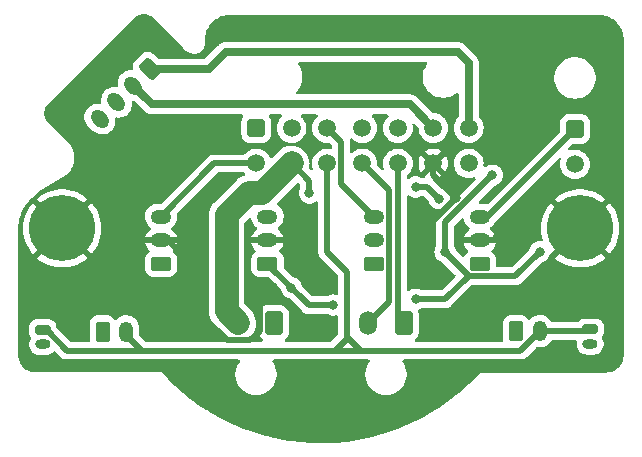
<source format=gbr>
%TF.GenerationSoftware,KiCad,Pcbnew,7.0.5*%
%TF.CreationDate,2023-07-25T09:46:53+02:00*%
%TF.ProjectId,XOL Breakout,584f4c20-4272-4656-916b-6f75742e6b69,rev?*%
%TF.SameCoordinates,Original*%
%TF.FileFunction,Copper,L1,Top*%
%TF.FilePolarity,Positive*%
%FSLAX46Y46*%
G04 Gerber Fmt 4.6, Leading zero omitted, Abs format (unit mm)*
G04 Created by KiCad (PCBNEW 7.0.5) date 2023-07-25 09:46:53*
%MOMM*%
%LPD*%
G01*
G04 APERTURE LIST*
G04 Aperture macros list*
%AMRoundRect*
0 Rectangle with rounded corners*
0 $1 Rounding radius*
0 $2 $3 $4 $5 $6 $7 $8 $9 X,Y pos of 4 corners*
0 Add a 4 corners polygon primitive as box body*
4,1,4,$2,$3,$4,$5,$6,$7,$8,$9,$2,$3,0*
0 Add four circle primitives for the rounded corners*
1,1,$1+$1,$2,$3*
1,1,$1+$1,$4,$5*
1,1,$1+$1,$6,$7*
1,1,$1+$1,$8,$9*
0 Add four rect primitives between the rounded corners*
20,1,$1+$1,$2,$3,$4,$5,0*
20,1,$1+$1,$4,$5,$6,$7,0*
20,1,$1+$1,$6,$7,$8,$9,0*
20,1,$1+$1,$8,$9,$2,$3,0*%
%AMHorizOval*
0 Thick line with rounded ends*
0 $1 width*
0 $2 $3 position (X,Y) of the first rounded end (center of the circle)*
0 $4 $5 position (X,Y) of the second rounded end (center of the circle)*
0 Add line between two ends*
20,1,$1,$2,$3,$4,$5,0*
0 Add two circle primitives to create the rounded ends*
1,1,$1,$2,$3*
1,1,$1,$4,$5*%
G04 Aperture macros list end*
%TA.AperFunction,ComponentPad*%
%ADD10RoundRect,0.250001X0.499999X0.759999X-0.499999X0.759999X-0.499999X-0.759999X0.499999X-0.759999X0*%
%TD*%
%TA.AperFunction,ComponentPad*%
%ADD11O,1.500000X2.020000*%
%TD*%
%TA.AperFunction,ComponentPad*%
%ADD12RoundRect,0.250000X-0.350000X-0.625000X0.350000X-0.625000X0.350000X0.625000X-0.350000X0.625000X0*%
%TD*%
%TA.AperFunction,ComponentPad*%
%ADD13O,1.200000X1.750000*%
%TD*%
%TA.AperFunction,ComponentPad*%
%ADD14C,5.600000*%
%TD*%
%TA.AperFunction,ComponentPad*%
%ADD15RoundRect,0.250000X-0.194454X0.689429X-0.689429X0.194454X0.194454X-0.689429X0.689429X-0.194454X0*%
%TD*%
%TA.AperFunction,ComponentPad*%
%ADD16HorizOval,1.200000X-0.194454X0.194454X0.194454X-0.194454X0*%
%TD*%
%TA.AperFunction,ComponentPad*%
%ADD17RoundRect,0.250000X0.625000X-0.350000X0.625000X0.350000X-0.625000X0.350000X-0.625000X-0.350000X0*%
%TD*%
%TA.AperFunction,ComponentPad*%
%ADD18O,1.750000X1.200000*%
%TD*%
%TA.AperFunction,ComponentPad*%
%ADD19RoundRect,0.250001X-0.499999X-0.499999X0.499999X-0.499999X0.499999X0.499999X-0.499999X0.499999X0*%
%TD*%
%TA.AperFunction,ComponentPad*%
%ADD20C,1.500000*%
%TD*%
%TA.AperFunction,ComponentPad*%
%ADD21RoundRect,0.200000X-0.450000X0.200000X-0.450000X-0.200000X0.450000X-0.200000X0.450000X0.200000X0*%
%TD*%
%TA.AperFunction,ComponentPad*%
%ADD22O,1.300000X0.800000*%
%TD*%
%TA.AperFunction,ViaPad*%
%ADD23C,0.800000*%
%TD*%
%TA.AperFunction,Conductor*%
%ADD24C,0.700000*%
%TD*%
%TA.AperFunction,Conductor*%
%ADD25C,0.500000*%
%TD*%
%TA.AperFunction,Conductor*%
%ADD26C,2.000000*%
%TD*%
G04 APERTURE END LIST*
D10*
%TO.P,TH0,1,Pin_1*%
%TO.N,TH0*%
X107000000Y-108030000D03*
D11*
%TO.P,TH0,2,Pin_2*%
%TO.N,AGND*%
X104000000Y-108030000D03*
%TD*%
D12*
%TO.P,PCF2,1,Pin_1*%
%TO.N,PCF+*%
X81498263Y-108736417D03*
D13*
%TO.P,PCF2,2,Pin_2*%
%TO.N,PCF SW GND*%
X83498263Y-108736417D03*
%TD*%
D14*
%TO.P,H1,1,1*%
%TO.N,GND*%
X78075000Y-100000000D03*
%TD*%
D15*
%TO.P,ESTEP1,1,Pin_1*%
%TO.N,Stepper 1B*%
X85500000Y-86500000D03*
D16*
%TO.P,ESTEP1,2,Pin_2*%
%TO.N,Stepper 1A*%
X84085786Y-87914214D03*
%TO.P,ESTEP1,3,Pin_3*%
%TO.N,Stepper 2A*%
X82671573Y-89328427D03*
%TO.P,ESTEP1,4,Pin_4*%
%TO.N,Stepper 2B*%
X81257359Y-90742641D03*
%TD*%
D17*
%TO.P,HEF1,1,Pin_1*%
%TO.N,HEF+*%
X104450000Y-103000000D03*
D18*
%TO.P,HEF1,2,Pin_2*%
%TO.N,HEF TACHO*%
X104450000Y-101000000D03*
%TO.P,HEF1,3,Pin_3*%
%TO.N,HEF SW GND*%
X104450000Y-99000000D03*
%TD*%
D14*
%TO.P,H2,1,1*%
%TO.N,GND*%
X121925000Y-100000000D03*
%TD*%
D12*
%TO.P,PCF1,1,Pin_1*%
%TO.N,PCF+*%
X116500000Y-108700000D03*
D13*
%TO.P,PCF1,2,Pin_2*%
%TO.N,PCF SW GND*%
X118500000Y-108700000D03*
%TD*%
D17*
%TO.P,LED1,1,Pin_1*%
%TO.N,5V*%
X95450000Y-103000000D03*
D18*
%TO.P,LED1,2,Pin_2*%
%TO.N,GND*%
X95450000Y-101000000D03*
%TO.P,LED1,3,Pin_3*%
%TO.N,LED*%
X95450000Y-99000000D03*
%TD*%
D19*
%TO.P,MCU1,1,Pin_1*%
%TO.N,HEATER 1 GND*%
X94500000Y-91500000D03*
D20*
%TO.P,MCU1,2,Pin_2*%
%TO.N,5V*%
X97500000Y-91500000D03*
%TO.P,MCU1,3,Pin_3*%
%TO.N,HEF SW GND*%
X100500000Y-91500000D03*
%TO.P,MCU1,4,Pin_4*%
%TO.N,Stepper 2B*%
X103500000Y-91500000D03*
%TO.P,MCU1,5,Pin_5*%
%TO.N,Stepper 2A*%
X106500000Y-91500000D03*
%TO.P,MCU1,6,Pin_6*%
%TO.N,Stepper 1A*%
X109500000Y-91500000D03*
%TO.P,MCU1,7,Pin_7*%
%TO.N,Stepper 1B*%
X112500000Y-91500000D03*
%TO.P,MCU1,8,Pin_8*%
%TO.N,PROBE SIGNAL*%
X94500000Y-94500000D03*
%TO.P,MCU1,9,Pin_9*%
%TO.N,24V*%
X97500000Y-94500000D03*
%TO.P,MCU1,10,Pin_10*%
%TO.N,PCF SW GND*%
X100500000Y-94500000D03*
%TO.P,MCU1,11,Pin_11*%
%TO.N,AGND*%
X103500000Y-94500000D03*
%TO.P,MCU1,12,Pin_12*%
%TO.N,TH0*%
X106500000Y-94500000D03*
%TO.P,MCU1,13,Pin_13*%
%TO.N,GND*%
X109500000Y-94500000D03*
%TO.P,MCU1,14,Pin_14*%
%TO.N,AUX*%
X112500000Y-94500000D03*
%TD*%
D10*
%TO.P,HE0,1,Pin_1*%
%TO.N,HEATER 1 GND*%
X96000000Y-108030000D03*
D11*
%TO.P,HE0,2,Pin_2*%
%TO.N,24V*%
X93000000Y-108030000D03*
%TD*%
D21*
%TO.P,PCF3,1,Pin_1*%
%TO.N,PCF SW GND*%
X122781785Y-108536417D03*
D22*
%TO.P,PCF3,2,Pin_2*%
%TO.N,PCF+*%
X122781785Y-109786417D03*
%TD*%
D17*
%TO.P,PROBE1,1,Pin_1*%
%TO.N,PROBE+*%
X86450000Y-103000000D03*
D18*
%TO.P,PROBE1,2,Pin_2*%
%TO.N,GND*%
X86450000Y-101000000D03*
%TO.P,PROBE1,3,Pin_3*%
%TO.N,PROBE SIGNAL*%
X86450000Y-99000000D03*
%TD*%
D17*
%TO.P,FS1,1,Pin_1*%
%TO.N,FS+*%
X113450000Y-103000000D03*
D18*
%TO.P,FS1,2,Pin_2*%
%TO.N,GND*%
X113450000Y-101000000D03*
%TO.P,FS1,3,Pin_3*%
%TO.N,FS SIGNAL*%
X113450000Y-99000000D03*
%TD*%
D21*
%TO.P,PCF4,1,Pin_1*%
%TO.N,PCF SW GND*%
X76427718Y-108576964D03*
D22*
%TO.P,PCF4,2,Pin_2*%
%TO.N,PCF+*%
X76427718Y-109826964D03*
%TD*%
D19*
%TO.P,MCU2,1,Pin_1*%
%TO.N,FS SIGNAL*%
X121500000Y-91585000D03*
D20*
%TO.P,MCU2,2,Pin_2*%
%TO.N,LED*%
X121500000Y-94585000D03*
%TD*%
D23*
%TO.N,GND*%
X114888374Y-100802583D03*
X95929481Y-104927454D03*
X111757912Y-101049354D03*
X111399312Y-97399312D03*
%TO.N,24V*%
X99000000Y-97000000D03*
X108000000Y-96500000D03*
X110000000Y-97500000D03*
%TO.N,5V*%
X97475000Y-105025000D03*
X101000000Y-106500000D03*
%TO.N,12V*%
X118500000Y-102000000D03*
X110500000Y-102000000D03*
X114500000Y-95500000D03*
X108000000Y-106000000D03*
%TD*%
D24*
%TO.N,Stepper 1B*%
X85500000Y-86500000D02*
X90500000Y-86500000D01*
X91920000Y-85080000D02*
X111580000Y-85080000D01*
X111580000Y-85080000D02*
X112500000Y-86000000D01*
X90500000Y-86500000D02*
X91920000Y-85080000D01*
X112500000Y-86000000D02*
X112500000Y-91500000D01*
%TO.N,Stepper 1A*%
X107500000Y-89500000D02*
X109500000Y-91500000D01*
X85671572Y-89500000D02*
X107500000Y-89500000D01*
X84085786Y-87914214D02*
X85671572Y-89500000D01*
D25*
%TO.N,GND*%
X91990000Y-109490000D02*
X88500000Y-106000000D01*
X88500000Y-106000000D02*
X88500000Y-102500000D01*
X88500000Y-102500000D02*
X87000000Y-101000000D01*
X95929481Y-104927454D02*
X94800000Y-106056935D01*
X109500000Y-94500000D02*
X109500000Y-95500000D01*
X108500000Y-100298624D02*
X108500000Y-102000000D01*
X111399312Y-97399312D02*
X108500000Y-100298624D01*
X87000000Y-101000000D02*
X86450000Y-101000000D01*
X94010000Y-109490000D02*
X91990000Y-109490000D01*
X109500000Y-95500000D02*
X111399312Y-97399312D01*
X94800000Y-108700000D02*
X94010000Y-109490000D01*
X94800000Y-106056935D02*
X94800000Y-108700000D01*
%TO.N,FS SIGNAL*%
X114085000Y-99000000D02*
X113450000Y-99000000D01*
X121500000Y-91585000D02*
X114085000Y-99000000D01*
D26*
%TO.N,24V*%
X95022592Y-96977408D02*
X97500000Y-94500000D01*
D25*
X99000000Y-96000000D02*
X97500000Y-94500000D01*
X99000000Y-97000000D02*
X99000000Y-96000000D01*
D26*
X93000000Y-108030000D02*
X92000000Y-107030000D01*
D25*
X108000000Y-96500000D02*
X109000000Y-96500000D01*
D26*
X92000000Y-98859654D02*
X93882246Y-96977408D01*
D25*
X109000000Y-96500000D02*
X110000000Y-97500000D01*
D26*
X92000000Y-107030000D02*
X92000000Y-98859654D01*
X93882246Y-96977408D02*
X95022592Y-96977408D01*
D25*
%TO.N,HEF SW GND*%
X101700000Y-96250000D02*
X104450000Y-99000000D01*
X100500000Y-91500000D02*
X101700000Y-92700000D01*
X101700000Y-92700000D02*
X101700000Y-96250000D01*
%TO.N,5V*%
X95450000Y-103000000D02*
X98950000Y-106500000D01*
X98950000Y-106500000D02*
X101000000Y-106500000D01*
%TO.N,PROBE SIGNAL*%
X94500000Y-94500000D02*
X90950000Y-94500000D01*
X90950000Y-94500000D02*
X86450000Y-99000000D01*
%TO.N,PCF SW GND*%
X83498263Y-108736417D02*
X83463212Y-108736417D01*
X76750345Y-108611417D02*
X78488928Y-110350000D01*
X116850000Y-110350000D02*
X118500000Y-108700000D01*
X102174698Y-108175302D02*
X102174698Y-109325302D01*
X122618202Y-108700000D02*
X122781785Y-108536417D01*
X100000000Y-110350000D02*
X102500000Y-110350000D01*
X102174698Y-109174698D02*
X103350000Y-110350000D01*
X102174698Y-103674698D02*
X102174698Y-108175302D01*
X78488928Y-110350000D02*
X85000000Y-110350000D01*
X102174698Y-108175302D02*
X102174698Y-109174698D01*
X76548263Y-108611417D02*
X76750345Y-108611417D01*
X83498263Y-108998263D02*
X83498263Y-108736417D01*
X103350000Y-110350000D02*
X103500000Y-110350000D01*
X103500000Y-110350000D02*
X116850000Y-110350000D01*
X84850000Y-110350000D02*
X83498263Y-108998263D01*
X85000000Y-110350000D02*
X84850000Y-110350000D01*
X100000000Y-110350000D02*
X85000000Y-110350000D01*
X101150000Y-110350000D02*
X100000000Y-110350000D01*
X102174698Y-109325302D02*
X101150000Y-110350000D01*
X100500000Y-102000000D02*
X102174698Y-103674698D01*
X118500000Y-108700000D02*
X122618202Y-108700000D01*
X100500000Y-94500000D02*
X100500000Y-102000000D01*
X102500000Y-110350000D02*
X103500000Y-110350000D01*
%TO.N,AGND*%
X105775000Y-96775000D02*
X105775000Y-106255000D01*
X103500000Y-94500000D02*
X105775000Y-96775000D01*
X105775000Y-106255000D02*
X104000000Y-108030000D01*
%TO.N,TH0*%
X106500000Y-94500000D02*
X106500000Y-107530000D01*
X106500000Y-107530000D02*
X107000000Y-108030000D01*
%TO.N,12V*%
X110500000Y-102000000D02*
X110500000Y-102014949D01*
X116450000Y-104050000D02*
X118500000Y-102000000D01*
X110500000Y-102014949D02*
X112492525Y-104007475D01*
X112535051Y-104050000D02*
X116450000Y-104050000D01*
X112492525Y-104007475D02*
X112535051Y-104050000D01*
X110500000Y-106000000D02*
X112492525Y-104007475D01*
X110500000Y-99500000D02*
X114500000Y-95500000D01*
X110500000Y-102000000D02*
X110500000Y-99500000D01*
X108000000Y-106000000D02*
X110500000Y-106000000D01*
%TD*%
%TA.AperFunction,Conductor*%
%TO.N,GND*%
G36*
X94005574Y-99078621D02*
G01*
X94061507Y-99120493D01*
X94082744Y-99165568D01*
X94084725Y-99173731D01*
X94130296Y-99361578D01*
X94130298Y-99361582D01*
X94217598Y-99552743D01*
X94217601Y-99552748D01*
X94217602Y-99552750D01*
X94217604Y-99552753D01*
X94339514Y-99723952D01*
X94339515Y-99723953D01*
X94339520Y-99723959D01*
X94491619Y-99868984D01*
X94533386Y-99895826D01*
X94579141Y-99948630D01*
X94589085Y-100017789D01*
X94560060Y-100081345D01*
X94542999Y-100097612D01*
X94412462Y-100200268D01*
X94412459Y-100200271D01*
X94274894Y-100359030D01*
X94274885Y-100359041D01*
X94169855Y-100540960D01*
X94169852Y-100540967D01*
X94101144Y-100739482D01*
X94101144Y-100739484D01*
X94099632Y-100750000D01*
X95170440Y-100750000D01*
X95131722Y-100792059D01*
X95081449Y-100906670D01*
X95071114Y-101031395D01*
X95101837Y-101152719D01*
X95165394Y-101250000D01*
X94103742Y-101250000D01*
X94130770Y-101361409D01*
X94218040Y-101552507D01*
X94339889Y-101723619D01*
X94339900Y-101723631D01*
X94442521Y-101821479D01*
X94477457Y-101881987D01*
X94474132Y-101951778D01*
X94433604Y-102008692D01*
X94422049Y-102016760D01*
X94356347Y-102057285D01*
X94356343Y-102057288D01*
X94232289Y-102181342D01*
X94140187Y-102330663D01*
X94140185Y-102330668D01*
X94121807Y-102386131D01*
X94085001Y-102497203D01*
X94085001Y-102497204D01*
X94085000Y-102497204D01*
X94074500Y-102599983D01*
X94074500Y-103400001D01*
X94074501Y-103400019D01*
X94085000Y-103502796D01*
X94085001Y-103502799D01*
X94140185Y-103669331D01*
X94140187Y-103669336D01*
X94154737Y-103692925D01*
X94232288Y-103818656D01*
X94356344Y-103942712D01*
X94505666Y-104034814D01*
X94672203Y-104089999D01*
X94774991Y-104100500D01*
X95437769Y-104100499D01*
X95504808Y-104120183D01*
X95525450Y-104136818D01*
X96562228Y-105173596D01*
X96592478Y-105222958D01*
X96647819Y-105393280D01*
X96647821Y-105393284D01*
X96742467Y-105557216D01*
X96815977Y-105638857D01*
X96869129Y-105697888D01*
X97022265Y-105809148D01*
X97022270Y-105809151D01*
X97195191Y-105886142D01*
X97195194Y-105886142D01*
X97195197Y-105886144D01*
X97226367Y-105892769D01*
X97260329Y-105899988D01*
X97321811Y-105933180D01*
X97322230Y-105933597D01*
X98374267Y-106985634D01*
X98386048Y-106999266D01*
X98400390Y-107018530D01*
X98440420Y-107052119D01*
X98444392Y-107055759D01*
X98447313Y-107058680D01*
X98450223Y-107061591D01*
X98475246Y-107081375D01*
X98476628Y-107082501D01*
X98488028Y-107092067D01*
X98534786Y-107131302D01*
X98540823Y-107135272D01*
X98540789Y-107135322D01*
X98547144Y-107139370D01*
X98547177Y-107139318D01*
X98553318Y-107143106D01*
X98553323Y-107143110D01*
X98622144Y-107175201D01*
X98623660Y-107175935D01*
X98691567Y-107210040D01*
X98691572Y-107210041D01*
X98698355Y-107212510D01*
X98698334Y-107212567D01*
X98705451Y-107215040D01*
X98705470Y-107214984D01*
X98712324Y-107217254D01*
X98712327Y-107217256D01*
X98786715Y-107232615D01*
X98788352Y-107232978D01*
X98862279Y-107250500D01*
X98862285Y-107250500D01*
X98869452Y-107251338D01*
X98869445Y-107251397D01*
X98876946Y-107252163D01*
X98876952Y-107252104D01*
X98884141Y-107252733D01*
X98884143Y-107252732D01*
X98884144Y-107252733D01*
X98905764Y-107252104D01*
X98960012Y-107250526D01*
X98961815Y-107250500D01*
X100460663Y-107250500D01*
X100527702Y-107270185D01*
X100533548Y-107274182D01*
X100547265Y-107284148D01*
X100547270Y-107284151D01*
X100720192Y-107361142D01*
X100720197Y-107361144D01*
X100905354Y-107400500D01*
X100905355Y-107400500D01*
X101094644Y-107400500D01*
X101094646Y-107400500D01*
X101274416Y-107362289D01*
X101344083Y-107367605D01*
X101399817Y-107409742D01*
X101423922Y-107475322D01*
X101424197Y-107483579D01*
X101424197Y-108138934D01*
X101424198Y-108138944D01*
X101424198Y-108963072D01*
X101404513Y-109030111D01*
X101387879Y-109050753D01*
X100875451Y-109563181D01*
X100814128Y-109596666D01*
X100787770Y-109599500D01*
X97051228Y-109599500D01*
X96984189Y-109579815D01*
X96938434Y-109527011D01*
X96928490Y-109457853D01*
X96957515Y-109394297D01*
X96963547Y-109387819D01*
X97027937Y-109323429D01*
X97092711Y-109258655D01*
X97184814Y-109109334D01*
X97239999Y-108942797D01*
X97250500Y-108840008D01*
X97250500Y-107219992D01*
X97239999Y-107117203D01*
X97184814Y-106950666D01*
X97144676Y-106885593D01*
X97092713Y-106801348D01*
X97092710Y-106801344D01*
X96968655Y-106677289D01*
X96968651Y-106677286D01*
X96819337Y-106585187D01*
X96819335Y-106585186D01*
X96700852Y-106545925D01*
X96652797Y-106530001D01*
X96652795Y-106530000D01*
X96550015Y-106519500D01*
X96550008Y-106519500D01*
X95449992Y-106519500D01*
X95449984Y-106519500D01*
X95347204Y-106530000D01*
X95347203Y-106530001D01*
X95180664Y-106585186D01*
X95180662Y-106585187D01*
X95031348Y-106677286D01*
X95031344Y-106677289D01*
X94907289Y-106801344D01*
X94907286Y-106801348D01*
X94815187Y-106950662D01*
X94815186Y-106950664D01*
X94760001Y-107117203D01*
X94760000Y-107117204D01*
X94749500Y-107219984D01*
X94749500Y-108020580D01*
X94733896Y-108073720D01*
X94747885Y-108102888D01*
X94749500Y-108122838D01*
X94749500Y-108840015D01*
X94760000Y-108942795D01*
X94760001Y-108942797D01*
X94774328Y-108986033D01*
X94815186Y-109109335D01*
X94815187Y-109109337D01*
X94907286Y-109258651D01*
X94907289Y-109258655D01*
X95036453Y-109387819D01*
X95069938Y-109449142D01*
X95064954Y-109518834D01*
X95023082Y-109574767D01*
X94957618Y-109599184D01*
X94948772Y-109599500D01*
X93741984Y-109599500D01*
X93674945Y-109579815D01*
X93629190Y-109527011D01*
X93619246Y-109457853D01*
X93648271Y-109394297D01*
X93687523Y-109364100D01*
X93705596Y-109355264D01*
X93770716Y-109323429D01*
X93973096Y-109178932D01*
X94148932Y-109003096D01*
X94293429Y-108800716D01*
X94402644Y-108577314D01*
X94473599Y-108338981D01*
X94502452Y-108107498D01*
X94517563Y-108072694D01*
X94506523Y-108055515D01*
X94501606Y-108025704D01*
X94496609Y-107904894D01*
X94494081Y-107843763D01*
X94443050Y-107600386D01*
X94443048Y-107600381D01*
X94443046Y-107600374D01*
X94353706Y-107371418D01*
X94352656Y-107368727D01*
X94225366Y-107155106D01*
X94225363Y-107155103D01*
X94225360Y-107155097D01*
X94104903Y-107012875D01*
X93536819Y-106444791D01*
X93503334Y-106383468D01*
X93500500Y-106357110D01*
X93500500Y-99532543D01*
X93520185Y-99465504D01*
X93536815Y-99444866D01*
X93874559Y-99107121D01*
X93935882Y-99073637D01*
X94005574Y-99078621D01*
G37*
%TD.AperFunction*%
%TA.AperFunction,Conductor*%
G36*
X98073663Y-96150877D02*
G01*
X98118010Y-96179378D01*
X98213180Y-96274548D01*
X98246665Y-96335871D01*
X98249499Y-96362229D01*
X98249499Y-96465677D01*
X98232887Y-96527676D01*
X98172820Y-96631716D01*
X98138063Y-96738688D01*
X98114326Y-96811744D01*
X98094540Y-97000000D01*
X98114326Y-97188256D01*
X98114327Y-97188259D01*
X98172818Y-97368277D01*
X98172821Y-97368284D01*
X98267467Y-97532216D01*
X98394129Y-97672888D01*
X98547265Y-97784148D01*
X98547270Y-97784151D01*
X98720192Y-97861142D01*
X98720197Y-97861144D01*
X98905354Y-97900500D01*
X98905355Y-97900500D01*
X99094644Y-97900500D01*
X99094646Y-97900500D01*
X99279803Y-97861144D01*
X99452730Y-97784151D01*
X99552617Y-97711578D01*
X99618420Y-97688100D01*
X99686474Y-97703925D01*
X99735169Y-97754031D01*
X99749500Y-97811898D01*
X99749499Y-101936294D01*
X99748191Y-101954259D01*
X99744710Y-101978026D01*
X99749264Y-102030064D01*
X99749500Y-102035470D01*
X99749500Y-102043712D01*
X99753202Y-102075391D01*
X99753386Y-102077185D01*
X99760000Y-102152792D01*
X99761461Y-102159867D01*
X99761403Y-102159878D01*
X99763034Y-102167237D01*
X99763092Y-102167224D01*
X99764757Y-102174249D01*
X99764758Y-102174254D01*
X99764759Y-102174255D01*
X99778820Y-102212890D01*
X99790708Y-102245551D01*
X99791299Y-102247253D01*
X99815182Y-102319326D01*
X99818236Y-102325874D01*
X99818182Y-102325898D01*
X99821470Y-102332688D01*
X99821521Y-102332663D01*
X99824761Y-102339113D01*
X99824762Y-102339114D01*
X99824763Y-102339117D01*
X99866494Y-102402567D01*
X99867443Y-102404058D01*
X99907289Y-102468657D01*
X99911766Y-102474319D01*
X99911719Y-102474356D01*
X99916482Y-102480202D01*
X99916528Y-102480164D01*
X99921173Y-102485699D01*
X99976364Y-102537769D01*
X99977658Y-102539026D01*
X100699943Y-103261311D01*
X101387879Y-103949246D01*
X101421364Y-104010569D01*
X101424198Y-104036927D01*
X101424198Y-105516421D01*
X101404513Y-105583460D01*
X101351709Y-105629215D01*
X101282551Y-105639159D01*
X101274417Y-105637711D01*
X101191957Y-105620184D01*
X101094646Y-105599500D01*
X100905354Y-105599500D01*
X100872897Y-105606398D01*
X100720197Y-105638855D01*
X100720192Y-105638857D01*
X100547270Y-105715848D01*
X100547265Y-105715851D01*
X100533548Y-105725818D01*
X100467742Y-105749298D01*
X100460663Y-105749500D01*
X99312229Y-105749500D01*
X99245190Y-105729815D01*
X99224548Y-105713181D01*
X98387771Y-104876404D01*
X98357521Y-104827041D01*
X98350453Y-104805289D01*
X98326581Y-104731816D01*
X98302181Y-104656721D01*
X98302178Y-104656715D01*
X98207533Y-104492784D01*
X98080871Y-104352112D01*
X98080870Y-104352111D01*
X97927734Y-104240851D01*
X97927729Y-104240848D01*
X97754807Y-104163857D01*
X97754802Y-104163855D01*
X97689669Y-104150011D01*
X97628187Y-104116818D01*
X97627769Y-104116402D01*
X96861818Y-103350451D01*
X96828333Y-103289128D01*
X96825499Y-103262770D01*
X96825499Y-103070122D01*
X96825499Y-102599992D01*
X96814999Y-102497203D01*
X96759814Y-102330666D01*
X96667712Y-102181344D01*
X96543656Y-102057288D01*
X96479806Y-102017905D01*
X96433083Y-101965958D01*
X96421860Y-101896995D01*
X96449704Y-101832913D01*
X96468254Y-101814895D01*
X96487540Y-101799728D01*
X96625105Y-101640969D01*
X96625114Y-101640958D01*
X96730144Y-101459039D01*
X96730147Y-101459032D01*
X96798855Y-101260517D01*
X96798855Y-101260515D01*
X96800368Y-101250000D01*
X95729560Y-101250000D01*
X95768278Y-101207941D01*
X95818551Y-101093330D01*
X95828886Y-100968605D01*
X95798163Y-100847281D01*
X95734606Y-100750000D01*
X96796257Y-100750000D01*
X96769229Y-100638590D01*
X96681959Y-100447492D01*
X96560110Y-100276380D01*
X96560104Y-100276374D01*
X96408067Y-100131408D01*
X96366641Y-100104784D01*
X96320887Y-100051979D01*
X96310944Y-99982821D01*
X96339970Y-99919265D01*
X96357030Y-99902999D01*
X96487886Y-99800092D01*
X96625519Y-99641256D01*
X96730604Y-99459244D01*
X96799344Y-99260633D01*
X96829254Y-99052602D01*
X96819254Y-98842670D01*
X96769704Y-98638424D01*
X96757563Y-98611839D01*
X96682401Y-98447256D01*
X96682398Y-98447251D01*
X96682397Y-98447250D01*
X96682396Y-98447247D01*
X96560486Y-98276048D01*
X96560484Y-98276046D01*
X96560479Y-98276040D01*
X96408379Y-98131014D01*
X96283746Y-98050917D01*
X96237991Y-97998113D01*
X96228048Y-97928955D01*
X96257073Y-97865399D01*
X96263091Y-97858935D01*
X97942650Y-96179376D01*
X98003971Y-96145893D01*
X98073663Y-96150877D01*
G37*
%TD.AperFunction*%
%TA.AperFunction,Conductor*%
G36*
X107447384Y-97211580D02*
G01*
X107547265Y-97284148D01*
X107547270Y-97284151D01*
X107720192Y-97361142D01*
X107720197Y-97361144D01*
X107905354Y-97400500D01*
X107905355Y-97400500D01*
X108094644Y-97400500D01*
X108094646Y-97400500D01*
X108279803Y-97361144D01*
X108452730Y-97284151D01*
X108454776Y-97282664D01*
X108466452Y-97274182D01*
X108532258Y-97250702D01*
X108539337Y-97250500D01*
X108637770Y-97250500D01*
X108704809Y-97270185D01*
X108725451Y-97286819D01*
X109087228Y-97648595D01*
X109117478Y-97697958D01*
X109172818Y-97868277D01*
X109172821Y-97868284D01*
X109267467Y-98032216D01*
X109367260Y-98143047D01*
X109394129Y-98172888D01*
X109547265Y-98284148D01*
X109547270Y-98284151D01*
X109720192Y-98361142D01*
X109720197Y-98361144D01*
X109905354Y-98400500D01*
X109905355Y-98400500D01*
X110094644Y-98400500D01*
X110094646Y-98400500D01*
X110248375Y-98367824D01*
X110318040Y-98373140D01*
X110373774Y-98415277D01*
X110397879Y-98480857D01*
X110382702Y-98549058D01*
X110361835Y-98576795D01*
X110014358Y-98924272D01*
X110000729Y-98936051D01*
X109981468Y-98950390D01*
X109947898Y-98990397D01*
X109944253Y-98994376D01*
X109938407Y-99000223D01*
X109918618Y-99025251D01*
X109917481Y-99026647D01*
X109868694Y-99084790D01*
X109864729Y-99090819D01*
X109864682Y-99090788D01*
X109860630Y-99097147D01*
X109860679Y-99097177D01*
X109856889Y-99103321D01*
X109824812Y-99172110D01*
X109824027Y-99173731D01*
X109789957Y-99241572D01*
X109787488Y-99248357D01*
X109787432Y-99248336D01*
X109784960Y-99255450D01*
X109785015Y-99255469D01*
X109782743Y-99262325D01*
X109767391Y-99336670D01*
X109767001Y-99338428D01*
X109749499Y-99412279D01*
X109748661Y-99419454D01*
X109748601Y-99419447D01*
X109747835Y-99426945D01*
X109747895Y-99426951D01*
X109747265Y-99434140D01*
X109749474Y-99510030D01*
X109749500Y-99511833D01*
X109749500Y-101465677D01*
X109732887Y-101527677D01*
X109672821Y-101631714D01*
X109614327Y-101811740D01*
X109614326Y-101811744D01*
X109594540Y-102000000D01*
X109614326Y-102188256D01*
X109614327Y-102188259D01*
X109672818Y-102368277D01*
X109672821Y-102368284D01*
X109767467Y-102532216D01*
X109894128Y-102672887D01*
X109894129Y-102672888D01*
X110047265Y-102784148D01*
X110047270Y-102784151D01*
X110220191Y-102861142D01*
X110220194Y-102861142D01*
X110220197Y-102861144D01*
X110244404Y-102866289D01*
X110266345Y-102870953D01*
X110327827Y-102904145D01*
X110328236Y-102904552D01*
X111343477Y-103919794D01*
X111376961Y-103981116D01*
X111371977Y-104050808D01*
X111343476Y-104095155D01*
X110225451Y-105213181D01*
X110164128Y-105246666D01*
X110137770Y-105249500D01*
X108539337Y-105249500D01*
X108472298Y-105229815D01*
X108466452Y-105225818D01*
X108452734Y-105215851D01*
X108452729Y-105215848D01*
X108279807Y-105138857D01*
X108279802Y-105138855D01*
X108134001Y-105107865D01*
X108094646Y-105099500D01*
X107905354Y-105099500D01*
X107872897Y-105106398D01*
X107720197Y-105138855D01*
X107720192Y-105138857D01*
X107547270Y-105215848D01*
X107547265Y-105215851D01*
X107447384Y-105288419D01*
X107381577Y-105311899D01*
X107313524Y-105296073D01*
X107264829Y-105245967D01*
X107250500Y-105188105D01*
X107250500Y-97311894D01*
X107270184Y-97244859D01*
X107322988Y-97199104D01*
X107392146Y-97189160D01*
X107447384Y-97211580D01*
G37*
%TD.AperFunction*%
%TA.AperFunction,Conductor*%
G36*
X112021130Y-99142749D02*
G01*
X112077064Y-99184620D01*
X112098301Y-99229696D01*
X112130294Y-99361570D01*
X112130298Y-99361582D01*
X112217598Y-99552743D01*
X112217601Y-99552748D01*
X112217602Y-99552750D01*
X112217604Y-99552753D01*
X112339514Y-99723952D01*
X112339515Y-99723953D01*
X112339520Y-99723959D01*
X112491619Y-99868984D01*
X112533386Y-99895826D01*
X112579141Y-99948630D01*
X112589085Y-100017789D01*
X112560060Y-100081345D01*
X112542999Y-100097612D01*
X112412462Y-100200268D01*
X112412459Y-100200271D01*
X112274894Y-100359030D01*
X112274885Y-100359041D01*
X112169855Y-100540960D01*
X112169852Y-100540967D01*
X112101144Y-100739482D01*
X112101144Y-100739484D01*
X112099632Y-100750000D01*
X113170440Y-100750000D01*
X113131722Y-100792059D01*
X113081449Y-100906670D01*
X113071114Y-101031395D01*
X113101837Y-101152719D01*
X113165394Y-101250000D01*
X112103742Y-101250000D01*
X112130770Y-101361409D01*
X112218040Y-101552507D01*
X112339889Y-101723619D01*
X112339900Y-101723631D01*
X112442521Y-101821479D01*
X112477457Y-101881987D01*
X112474132Y-101951778D01*
X112433604Y-102008692D01*
X112422049Y-102016760D01*
X112356347Y-102057285D01*
X112356343Y-102057288D01*
X112232289Y-102181342D01*
X112140187Y-102330663D01*
X112140183Y-102330673D01*
X112137933Y-102337463D01*
X112098156Y-102394905D01*
X112033638Y-102421723D01*
X111964863Y-102409403D01*
X111932549Y-102386131D01*
X111419073Y-101872655D01*
X111388960Y-101817508D01*
X111387682Y-101817924D01*
X111381770Y-101799728D01*
X111327179Y-101631716D01*
X111308868Y-101600000D01*
X111267113Y-101527677D01*
X111250500Y-101465677D01*
X111250500Y-99862229D01*
X111270185Y-99795190D01*
X111286819Y-99774548D01*
X111580185Y-99481182D01*
X111890118Y-99171248D01*
X111951439Y-99137765D01*
X112021130Y-99142749D01*
G37*
%TD.AperFunction*%
%TA.AperFunction,Conductor*%
G36*
X85032785Y-81850277D02*
G01*
X85135089Y-81859055D01*
X85139563Y-81859605D01*
X85226441Y-81873546D01*
X85233402Y-81875079D01*
X85334144Y-81903463D01*
X85337193Y-81904409D01*
X85418368Y-81931953D01*
X85426170Y-81935210D01*
X85525507Y-81984880D01*
X85527116Y-81985716D01*
X85591929Y-82020717D01*
X85592516Y-82021034D01*
X85608932Y-82031650D01*
X85623502Y-82042795D01*
X85725263Y-82120637D01*
X85755166Y-82143998D01*
X85760791Y-82148969D01*
X88211913Y-84595887D01*
X88243408Y-84627328D01*
X88260748Y-84649036D01*
X88274432Y-84670779D01*
X88304977Y-84719315D01*
X88358270Y-84780139D01*
X88362759Y-84789827D01*
X88379856Y-84805378D01*
X88384775Y-84810389D01*
X88432666Y-84865048D01*
X88432668Y-84865050D01*
X88513105Y-84931815D01*
X88519563Y-84941410D01*
X88536407Y-84951898D01*
X88543231Y-84956821D01*
X88577898Y-84985594D01*
X88579999Y-84987421D01*
X88592652Y-84998929D01*
X88613153Y-85007375D01*
X88687975Y-85051645D01*
X88696918Y-85061227D01*
X88709519Y-85066198D01*
X88727152Y-85074825D01*
X88748522Y-85087469D01*
X88751762Y-85088747D01*
X88753363Y-85089379D01*
X88773396Y-85099463D01*
X88778070Y-85102373D01*
X88797881Y-85106941D01*
X88813621Y-85113151D01*
X88879406Y-85139104D01*
X88890967Y-85148102D01*
X88902398Y-85150355D01*
X88923931Y-85156669D01*
X88928765Y-85158576D01*
X88953017Y-85163929D01*
X88971784Y-85169663D01*
X88979226Y-85172599D01*
X88997457Y-85173738D01*
X89082356Y-85192479D01*
X89096421Y-85200215D01*
X89120205Y-85200535D01*
X89122950Y-85200633D01*
X89167971Y-85203281D01*
X89176312Y-85204344D01*
X89190918Y-85207223D01*
X89207026Y-85205578D01*
X89288741Y-85210384D01*
X89311396Y-85211717D01*
X89311397Y-85211716D01*
X89311400Y-85211717D01*
X89383728Y-85204476D01*
X89390735Y-85204174D01*
X89409230Y-85204422D01*
X89423740Y-85200471D01*
X89504198Y-85192417D01*
X89504204Y-85192415D01*
X89509011Y-85191548D01*
X89509318Y-85193253D01*
X89531042Y-85193858D01*
X89585498Y-85172142D01*
X89610760Y-85165056D01*
X89633722Y-85161174D01*
X89644353Y-85162435D01*
X89670155Y-85143938D01*
X89684242Y-85135861D01*
X89684204Y-85135804D01*
X89684277Y-85135755D01*
X89684083Y-85135399D01*
X89692877Y-85130587D01*
X89693071Y-85130943D01*
X89693149Y-85130909D01*
X89693177Y-85130971D01*
X89707571Y-85123462D01*
X89733427Y-85113151D01*
X89737870Y-85103114D01*
X89748639Y-85091897D01*
X89766583Y-85075419D01*
X89766868Y-85075156D01*
X89772671Y-85070442D01*
X89801937Y-85049461D01*
X89808765Y-85047073D01*
X89818843Y-85037974D01*
X89832230Y-85018912D01*
X89847937Y-85001153D01*
X89852425Y-84996578D01*
X89853828Y-84995287D01*
X89853829Y-84995288D01*
X89914932Y-84939124D01*
X89953714Y-84889364D01*
X89968266Y-84878906D01*
X89981114Y-84856321D01*
X89991084Y-84841417D01*
X90016970Y-84808205D01*
X90062608Y-84723971D01*
X90076648Y-84709840D01*
X90082370Y-84691996D01*
X90091419Y-84670795D01*
X90096043Y-84662263D01*
X90099196Y-84653087D01*
X90108685Y-84632073D01*
X90113786Y-84623105D01*
X90118854Y-84595887D01*
X90149988Y-84505290D01*
X90150363Y-84503045D01*
X90156925Y-84463756D01*
X90161153Y-84446324D01*
X90166734Y-84428919D01*
X90166939Y-84403798D01*
X90177334Y-84341568D01*
X90177339Y-84258575D01*
X90177339Y-84258075D01*
X90177339Y-84256947D01*
X90177671Y-84250554D01*
X90182752Y-84201676D01*
X90177339Y-84169681D01*
X90177339Y-83946348D01*
X90177472Y-83942294D01*
X90179580Y-83910117D01*
X90182828Y-83860553D01*
X90195822Y-83678860D01*
X90196855Y-83671201D01*
X90219992Y-83554881D01*
X90251367Y-83410652D01*
X90253236Y-83403919D01*
X90293374Y-83285675D01*
X90293931Y-83284111D01*
X90343001Y-83152548D01*
X90345456Y-83146860D01*
X90401881Y-83032443D01*
X90402989Y-83030309D01*
X90469028Y-82909368D01*
X90471856Y-82904698D01*
X90543396Y-82797632D01*
X90545260Y-82794998D01*
X90627105Y-82685667D01*
X90630112Y-82681960D01*
X90715324Y-82584794D01*
X90718049Y-82581884D01*
X90814402Y-82485533D01*
X90817310Y-82482809D01*
X90914499Y-82397578D01*
X90918169Y-82394602D01*
X91027502Y-82312758D01*
X91030174Y-82310867D01*
X91137225Y-82239339D01*
X91141892Y-82236514D01*
X91262793Y-82170498D01*
X91265015Y-82169345D01*
X91379391Y-82112942D01*
X91385052Y-82110498D01*
X91516591Y-82061439D01*
X91518204Y-82060864D01*
X91636447Y-82020728D01*
X91643189Y-82018858D01*
X91683706Y-82010044D01*
X91787409Y-81987486D01*
X91903746Y-81964347D01*
X91911390Y-81963317D01*
X92090306Y-81950508D01*
X92144766Y-81946940D01*
X92175182Y-81944948D01*
X92179237Y-81944815D01*
X100108682Y-81944815D01*
X123615868Y-81944815D01*
X123619923Y-81944948D01*
X123646654Y-81946699D01*
X123701693Y-81950307D01*
X123883362Y-81963301D01*
X123891005Y-81964331D01*
X124007332Y-81987470D01*
X124151550Y-82018843D01*
X124158297Y-82020716D01*
X124276536Y-82060853D01*
X124278107Y-82061412D01*
X124403009Y-82107999D01*
X124409640Y-82110473D01*
X124415398Y-82112959D01*
X124451371Y-82130699D01*
X124529701Y-82169327D01*
X124531953Y-82170497D01*
X124652821Y-82236496D01*
X124657534Y-82239349D01*
X124701921Y-82269008D01*
X124764543Y-82310852D01*
X124767247Y-82312764D01*
X124876536Y-82394578D01*
X124880257Y-82397595D01*
X124977389Y-82482778D01*
X124980351Y-82485552D01*
X125076656Y-82581858D01*
X125079430Y-82584820D01*
X125164618Y-82681960D01*
X125167632Y-82685677D01*
X125249458Y-82794985D01*
X125251360Y-82797673D01*
X125322852Y-82904670D01*
X125325719Y-82909404D01*
X125391692Y-83030229D01*
X125392882Y-83032521D01*
X125449247Y-83146818D01*
X125451734Y-83152577D01*
X125500759Y-83284020D01*
X125501378Y-83285758D01*
X125541487Y-83403919D01*
X125543362Y-83410675D01*
X125574737Y-83554907D01*
X125597869Y-83671201D01*
X125598903Y-83678878D01*
X125611757Y-83858457D01*
X125617270Y-83942581D01*
X125617403Y-83946638D01*
X125616500Y-110780296D01*
X125616244Y-110785919D01*
X125611048Y-110842995D01*
X125595526Y-110999183D01*
X125594052Y-111007795D01*
X125572074Y-111097635D01*
X125571689Y-111099127D01*
X125539671Y-111217214D01*
X125537196Y-111224514D01*
X125499647Y-111316105D01*
X125498623Y-111318461D01*
X125450258Y-111423782D01*
X125447148Y-111429694D01*
X125395172Y-111516755D01*
X125393239Y-111519789D01*
X125329428Y-111613822D01*
X125326045Y-111618348D01*
X125261143Y-111697411D01*
X125258077Y-111700873D01*
X125180038Y-111782663D01*
X125176724Y-111785887D01*
X125100794Y-111854427D01*
X125096430Y-111858020D01*
X125005483Y-111926178D01*
X125002544Y-111928251D01*
X124918032Y-111984243D01*
X124912273Y-111987627D01*
X124809324Y-112040888D01*
X124807018Y-112042022D01*
X124717303Y-112083819D01*
X124710127Y-112086634D01*
X124593636Y-112124169D01*
X124592162Y-112124623D01*
X124503483Y-112150782D01*
X124494952Y-112152658D01*
X124340322Y-112175399D01*
X124282210Y-112183451D01*
X124277805Y-112183902D01*
X124260450Y-112185054D01*
X124246272Y-112194218D01*
X124227694Y-112199975D01*
X124190990Y-112205532D01*
X113497283Y-112205532D01*
X113489695Y-112203303D01*
X113449267Y-112205329D01*
X113448503Y-112206134D01*
X113435251Y-112219401D01*
X113433462Y-112222151D01*
X112902107Y-112784990D01*
X112886089Y-112801934D01*
X112884143Y-112803902D01*
X112487065Y-113188066D01*
X112287572Y-113380342D01*
X112285594Y-113382167D01*
X111909565Y-113714354D01*
X111663168Y-113930647D01*
X111661168Y-113932330D01*
X111287116Y-114233745D01*
X111014187Y-114451701D01*
X111012174Y-114453242D01*
X110634405Y-114730408D01*
X110342009Y-114942399D01*
X110339992Y-114943802D01*
X109956151Y-115199521D01*
X109648032Y-115401728D01*
X109646018Y-115402995D01*
X109255356Y-115638442D01*
X108933725Y-115828715D01*
X108931723Y-115829850D01*
X108534081Y-116045586D01*
X108200569Y-116222476D01*
X108198587Y-116223482D01*
X107794061Y-116419789D01*
X107450173Y-116582150D01*
X107448217Y-116583032D01*
X107037070Y-116760025D01*
X106684081Y-116907005D01*
X106682159Y-116907768D01*
X106264882Y-117065409D01*
X105903940Y-117196345D01*
X105902060Y-117196994D01*
X105479308Y-117335175D01*
X105111328Y-117449588D01*
X105109495Y-117450128D01*
X104681863Y-117568764D01*
X104307965Y-117666187D01*
X104306184Y-117666623D01*
X103874435Y-117765588D01*
X103495575Y-117845681D01*
X103493853Y-117846020D01*
X103058576Y-117925240D01*
X102675828Y-117987711D01*
X102674179Y-117987957D01*
X102625610Y-117994541D01*
X102236199Y-118047327D01*
X101850475Y-118091974D01*
X101848884Y-118092137D01*
X101409574Y-118131533D01*
X101408291Y-118131634D01*
X101021303Y-118158256D01*
X101019784Y-118158342D01*
X100579236Y-118177801D01*
X100577872Y-118177847D01*
X100190017Y-118186431D01*
X100188574Y-118186446D01*
X99747606Y-118185938D01*
X99746163Y-118185920D01*
X99358323Y-118176444D01*
X99356959Y-118176396D01*
X98916479Y-118155923D01*
X98914961Y-118155834D01*
X98528078Y-118128327D01*
X98526795Y-118128222D01*
X98087453Y-118087802D01*
X98085862Y-118087635D01*
X97700405Y-118042122D01*
X97262396Y-117981721D01*
X97260738Y-117981469D01*
X96878316Y-117918149D01*
X96443064Y-117837898D01*
X96441342Y-117837556D01*
X96062801Y-117756618D01*
X95631167Y-117656635D01*
X95629403Y-117656199D01*
X95479058Y-117616655D01*
X95255792Y-117557932D01*
X94828403Y-117438304D01*
X94826570Y-117437760D01*
X94458879Y-117322507D01*
X94036412Y-117183343D01*
X94034565Y-117182702D01*
X93774173Y-117087563D01*
X93673872Y-117050916D01*
X93256990Y-116892327D01*
X93255070Y-116891559D01*
X92902424Y-116743770D01*
X92491656Y-116565820D01*
X92489703Y-116564933D01*
X92146258Y-116401814D01*
X91778854Y-116222476D01*
X91742101Y-116204536D01*
X91740141Y-116203535D01*
X91407098Y-116025910D01*
X91009903Y-115809233D01*
X91007931Y-115808110D01*
X90877643Y-115730627D01*
X90686776Y-115617118D01*
X90333333Y-115402995D01*
X90296568Y-115380722D01*
X90294603Y-115379479D01*
X90021758Y-115199521D01*
X89986934Y-115176552D01*
X89603681Y-114919950D01*
X89601666Y-114918543D01*
X89309778Y-114705892D01*
X88932629Y-114427845D01*
X88930619Y-114426299D01*
X88817163Y-114335268D01*
X88658262Y-114207773D01*
X88284814Y-113905424D01*
X88282822Y-113903740D01*
X88037117Y-113687051D01*
X87661687Y-113353852D01*
X87659713Y-113352022D01*
X87531312Y-113227696D01*
X87460423Y-113159056D01*
X87064472Y-112774217D01*
X87062530Y-112772243D01*
X87045566Y-112754213D01*
X86516816Y-112191549D01*
X86514925Y-112188602D01*
X86501639Y-112175297D01*
X86500725Y-112174331D01*
X86473029Y-112172805D01*
X86472574Y-112173022D01*
X86453084Y-112174585D01*
X75804780Y-112186478D01*
X75799352Y-112186246D01*
X75741499Y-112181229D01*
X75582101Y-112166087D01*
X75573565Y-112164670D01*
X75482120Y-112142852D01*
X75480691Y-112142493D01*
X75438469Y-112131313D01*
X75360072Y-112110555D01*
X75352827Y-112108152D01*
X75259422Y-112070637D01*
X75257080Y-112069640D01*
X75149349Y-112021147D01*
X75143470Y-112018114D01*
X75054479Y-111966016D01*
X75051459Y-111964130D01*
X74955034Y-111899976D01*
X74950518Y-111896668D01*
X74869430Y-111831450D01*
X74865970Y-111828450D01*
X74781785Y-111749837D01*
X74778555Y-111746589D01*
X74707941Y-111670140D01*
X74704333Y-111665861D01*
X74633748Y-111574059D01*
X74631659Y-111571174D01*
X74616745Y-111549282D01*
X74573586Y-111485930D01*
X74570172Y-111480295D01*
X74539930Y-111423782D01*
X74514438Y-111376143D01*
X74513284Y-111373877D01*
X74474836Y-111294352D01*
X74469456Y-111283225D01*
X74466571Y-111276182D01*
X74426453Y-111157991D01*
X74426031Y-111156697D01*
X74397989Y-111066879D01*
X74396000Y-111058494D01*
X74369413Y-110896780D01*
X74362128Y-110850134D01*
X74360645Y-110831082D01*
X74360239Y-109921609D01*
X75277218Y-109921609D01*
X75316573Y-110106766D01*
X75316575Y-110106771D01*
X75393566Y-110279693D01*
X75393569Y-110279698D01*
X75504829Y-110432834D01*
X75504830Y-110432835D01*
X75645502Y-110559497D01*
X75809434Y-110654143D01*
X75989462Y-110712638D01*
X76130526Y-110727464D01*
X76130530Y-110727464D01*
X76724906Y-110727464D01*
X76724910Y-110727464D01*
X76865974Y-110712638D01*
X77046002Y-110654143D01*
X77209934Y-110559497D01*
X77347244Y-110435861D01*
X77410232Y-110405634D01*
X77479567Y-110414259D01*
X77517894Y-110440333D01*
X77913195Y-110835634D01*
X77924976Y-110849266D01*
X77930284Y-110856396D01*
X77939318Y-110868530D01*
X77979348Y-110902119D01*
X77983320Y-110905759D01*
X77986240Y-110908679D01*
X77989149Y-110911589D01*
X78014178Y-110931379D01*
X78015574Y-110932517D01*
X78073714Y-110981302D01*
X78073715Y-110981302D01*
X78073717Y-110981304D01*
X78079746Y-110985270D01*
X78079713Y-110985319D01*
X78086071Y-110989369D01*
X78086103Y-110989319D01*
X78092245Y-110993107D01*
X78092247Y-110993108D01*
X78092251Y-110993111D01*
X78161060Y-111025197D01*
X78162682Y-111025983D01*
X78180266Y-111034814D01*
X78230495Y-111060040D01*
X78230497Y-111060040D01*
X78237289Y-111062513D01*
X78237268Y-111062570D01*
X78244383Y-111065043D01*
X78244403Y-111064986D01*
X78251252Y-111067256D01*
X78251255Y-111067256D01*
X78251256Y-111067257D01*
X78325633Y-111082613D01*
X78327342Y-111082993D01*
X78342236Y-111086523D01*
X78401201Y-111100499D01*
X78401204Y-111100499D01*
X78401207Y-111100500D01*
X78401210Y-111100500D01*
X78408380Y-111101338D01*
X78408372Y-111101397D01*
X78415873Y-111102164D01*
X78415879Y-111102105D01*
X78423068Y-111102734D01*
X78423072Y-111102733D01*
X78423073Y-111102734D01*
X78451158Y-111101916D01*
X78498961Y-111100526D01*
X78500764Y-111100500D01*
X84760655Y-111100500D01*
X84776944Y-111102164D01*
X84776950Y-111102105D01*
X84784139Y-111102734D01*
X84784143Y-111102733D01*
X84784144Y-111102734D01*
X84812229Y-111101916D01*
X84860032Y-111100526D01*
X84861835Y-111100500D01*
X84912279Y-111100500D01*
X92998639Y-111100500D01*
X93065678Y-111120185D01*
X93111433Y-111172989D01*
X93121377Y-111242147D01*
X93101093Y-111294350D01*
X93008818Y-111429694D01*
X92979768Y-111472302D01*
X92979767Y-111472303D01*
X92865938Y-111708673D01*
X92788606Y-111959376D01*
X92788605Y-111959381D01*
X92788604Y-111959385D01*
X92776319Y-112040888D01*
X92749500Y-112218812D01*
X92749500Y-112481187D01*
X92769794Y-112615823D01*
X92788604Y-112740615D01*
X92788605Y-112740617D01*
X92788606Y-112740623D01*
X92865938Y-112991326D01*
X92979767Y-113227696D01*
X92979768Y-113227697D01*
X92979770Y-113227700D01*
X92979772Y-113227704D01*
X93127566Y-113444478D01*
X93127567Y-113444479D01*
X93306014Y-113636801D01*
X93306018Y-113636804D01*
X93306019Y-113636805D01*
X93511143Y-113800386D01*
X93738357Y-113931568D01*
X93982584Y-114027420D01*
X94238370Y-114085802D01*
X94238376Y-114085802D01*
X94238379Y-114085803D01*
X94434484Y-114100499D01*
X94434503Y-114100499D01*
X94434506Y-114100500D01*
X94434508Y-114100500D01*
X94565492Y-114100500D01*
X94565494Y-114100500D01*
X94565496Y-114100499D01*
X94565515Y-114100499D01*
X94761620Y-114085803D01*
X94761622Y-114085802D01*
X94761630Y-114085802D01*
X95017416Y-114027420D01*
X95261643Y-113931568D01*
X95488857Y-113800386D01*
X95693981Y-113636805D01*
X95872433Y-113444479D01*
X96020228Y-113227704D01*
X96134063Y-112991323D01*
X96211396Y-112740615D01*
X96250500Y-112481182D01*
X96250500Y-112218818D01*
X96211396Y-111959385D01*
X96134063Y-111708677D01*
X96072337Y-111580501D01*
X96020232Y-111472303D01*
X96020231Y-111472302D01*
X96020230Y-111472301D01*
X96020228Y-111472296D01*
X95898906Y-111294350D01*
X95877407Y-111227872D01*
X95895261Y-111160322D01*
X95946801Y-111113148D01*
X96001361Y-111100500D01*
X99912279Y-111100500D01*
X101086295Y-111100500D01*
X101104265Y-111101809D01*
X101128023Y-111105289D01*
X101180068Y-111100735D01*
X101185470Y-111100500D01*
X102412279Y-111100500D01*
X103260655Y-111100500D01*
X103276944Y-111102164D01*
X103276950Y-111102105D01*
X103284139Y-111102734D01*
X103284143Y-111102733D01*
X103284144Y-111102734D01*
X103312229Y-111101916D01*
X103360032Y-111100526D01*
X103361835Y-111100500D01*
X103412279Y-111100500D01*
X103998639Y-111100500D01*
X104065678Y-111120185D01*
X104111433Y-111172989D01*
X104121377Y-111242147D01*
X104101093Y-111294350D01*
X104008818Y-111429694D01*
X103979768Y-111472302D01*
X103979767Y-111472303D01*
X103865938Y-111708673D01*
X103788606Y-111959376D01*
X103788605Y-111959381D01*
X103788604Y-111959385D01*
X103776319Y-112040888D01*
X103749500Y-112218812D01*
X103749500Y-112481187D01*
X103769794Y-112615823D01*
X103788604Y-112740615D01*
X103788605Y-112740617D01*
X103788606Y-112740623D01*
X103865938Y-112991326D01*
X103979767Y-113227696D01*
X103979768Y-113227697D01*
X103979770Y-113227700D01*
X103979772Y-113227704D01*
X104127566Y-113444479D01*
X104127567Y-113444479D01*
X104306014Y-113636801D01*
X104306018Y-113636804D01*
X104306019Y-113636805D01*
X104511143Y-113800386D01*
X104738357Y-113931568D01*
X104982584Y-114027420D01*
X105238370Y-114085802D01*
X105238376Y-114085802D01*
X105238379Y-114085803D01*
X105434484Y-114100499D01*
X105434503Y-114100499D01*
X105434506Y-114100500D01*
X105434508Y-114100500D01*
X105565492Y-114100500D01*
X105565494Y-114100500D01*
X105565496Y-114100499D01*
X105565515Y-114100499D01*
X105761620Y-114085803D01*
X105761622Y-114085802D01*
X105761630Y-114085802D01*
X106017416Y-114027420D01*
X106261643Y-113931568D01*
X106488857Y-113800386D01*
X106693981Y-113636805D01*
X106872433Y-113444479D01*
X107020228Y-113227704D01*
X107134063Y-112991323D01*
X107211396Y-112740615D01*
X107250500Y-112481182D01*
X107250500Y-112218818D01*
X107211396Y-111959385D01*
X107134063Y-111708677D01*
X107072337Y-111580501D01*
X107020232Y-111472303D01*
X107020231Y-111472302D01*
X107020230Y-111472301D01*
X107020228Y-111472296D01*
X106898906Y-111294350D01*
X106877407Y-111227872D01*
X106895261Y-111160322D01*
X106946801Y-111113148D01*
X107001361Y-111100500D01*
X116786295Y-111100500D01*
X116804265Y-111101809D01*
X116828023Y-111105289D01*
X116880068Y-111100735D01*
X116885470Y-111100500D01*
X116893704Y-111100500D01*
X116893709Y-111100500D01*
X116925458Y-111096788D01*
X116927075Y-111096622D01*
X117002797Y-111089999D01*
X117002805Y-111089996D01*
X117009866Y-111088539D01*
X117009878Y-111088598D01*
X117017243Y-111086965D01*
X117017229Y-111086906D01*
X117024251Y-111085241D01*
X117024255Y-111085241D01*
X117095587Y-111059277D01*
X117097286Y-111058688D01*
X117169334Y-111034814D01*
X117169342Y-111034808D01*
X117175882Y-111031760D01*
X117175908Y-111031816D01*
X117182690Y-111028532D01*
X117182663Y-111028478D01*
X117189109Y-111025239D01*
X117189117Y-111025237D01*
X117252612Y-110983475D01*
X117253977Y-110982605D01*
X117318656Y-110942712D01*
X117318661Y-110942706D01*
X117324325Y-110938229D01*
X117324362Y-110938277D01*
X117330204Y-110933518D01*
X117330164Y-110933471D01*
X117335686Y-110928835D01*
X117335696Y-110928830D01*
X117387800Y-110873601D01*
X117388994Y-110872372D01*
X118171571Y-110089794D01*
X118232892Y-110056311D01*
X118276891Y-110054739D01*
X118447398Y-110079254D01*
X118657330Y-110069254D01*
X118861576Y-110019704D01*
X118933267Y-109986963D01*
X119052743Y-109932401D01*
X119052746Y-109932399D01*
X119052753Y-109932396D01*
X119223952Y-109810486D01*
X119368986Y-109658378D01*
X119440461Y-109547161D01*
X119465976Y-109507460D01*
X119518780Y-109461706D01*
X119570291Y-109450500D01*
X121529442Y-109450500D01*
X121596481Y-109470185D01*
X121642236Y-109522989D01*
X121652180Y-109592147D01*
X121650732Y-109600281D01*
X121631285Y-109691772D01*
X121631285Y-109881062D01*
X121670640Y-110066219D01*
X121670642Y-110066224D01*
X121747633Y-110239146D01*
X121747636Y-110239151D01*
X121858896Y-110392287D01*
X121858897Y-110392288D01*
X121999569Y-110518950D01*
X122163501Y-110613596D01*
X122343529Y-110672091D01*
X122484593Y-110686917D01*
X122484597Y-110686917D01*
X123078973Y-110686917D01*
X123078977Y-110686917D01*
X123220041Y-110672091D01*
X123400069Y-110613596D01*
X123564001Y-110518950D01*
X123704673Y-110392288D01*
X123815936Y-110239147D01*
X123892929Y-110066220D01*
X123932285Y-109881063D01*
X123932285Y-109691771D01*
X123892929Y-109506614D01*
X123882906Y-109484103D01*
X123815936Y-109333687D01*
X123808483Y-109323429D01*
X123795180Y-109305118D01*
X123771701Y-109239315D01*
X123787526Y-109171261D01*
X123789349Y-109168140D01*
X123875263Y-109026023D01*
X123925871Y-108863613D01*
X123932285Y-108793033D01*
X123932285Y-108279801D01*
X123925871Y-108209221D01*
X123875263Y-108046811D01*
X123787257Y-107901232D01*
X123787255Y-107901230D01*
X123787254Y-107901228D01*
X123666973Y-107780947D01*
X123625153Y-107755666D01*
X123521391Y-107692939D01*
X123358981Y-107642331D01*
X123358979Y-107642330D01*
X123358977Y-107642330D01*
X123309563Y-107637840D01*
X123288401Y-107635917D01*
X122275169Y-107635917D01*
X122255929Y-107637665D01*
X122204592Y-107642330D01*
X122042178Y-107692939D01*
X121896598Y-107780946D01*
X121776308Y-107901237D01*
X121775725Y-107901982D01*
X121775160Y-107902385D01*
X121771010Y-107906536D01*
X121770319Y-107905845D01*
X121718881Y-107942609D01*
X121678121Y-107949500D01*
X119568582Y-107949500D01*
X119501543Y-107929815D01*
X119458366Y-107882320D01*
X119448785Y-107863735D01*
X119430011Y-107827318D01*
X119430009Y-107827316D01*
X119430008Y-107827313D01*
X119300094Y-107662116D01*
X119300090Y-107662112D01*
X119141253Y-107524478D01*
X118959249Y-107419398D01*
X118959245Y-107419396D01*
X118959244Y-107419396D01*
X118760633Y-107350656D01*
X118552602Y-107320746D01*
X118552598Y-107320746D01*
X118342672Y-107330745D01*
X118138421Y-107380296D01*
X118138417Y-107380298D01*
X117947256Y-107467598D01*
X117947251Y-107467601D01*
X117776046Y-107589515D01*
X117776045Y-107589515D01*
X117678249Y-107692082D01*
X117617740Y-107727017D01*
X117547949Y-107723692D01*
X117491035Y-107683164D01*
X117482967Y-107671608D01*
X117477110Y-107662112D01*
X117442712Y-107606344D01*
X117318656Y-107482288D01*
X117225888Y-107425068D01*
X117169336Y-107390187D01*
X117169331Y-107390185D01*
X117139488Y-107380296D01*
X117002797Y-107335001D01*
X117002795Y-107335000D01*
X116900010Y-107324500D01*
X116099998Y-107324500D01*
X116099980Y-107324501D01*
X115997203Y-107335000D01*
X115997200Y-107335001D01*
X115830668Y-107390185D01*
X115830663Y-107390187D01*
X115681342Y-107482289D01*
X115557289Y-107606342D01*
X115465187Y-107755663D01*
X115465185Y-107755668D01*
X115453118Y-107792085D01*
X115410001Y-107922203D01*
X115410001Y-107922204D01*
X115410000Y-107922204D01*
X115399500Y-108024983D01*
X115399500Y-109375001D01*
X115399501Y-109375019D01*
X115408479Y-109462899D01*
X115395709Y-109531592D01*
X115347828Y-109582476D01*
X115285121Y-109599500D01*
X108051228Y-109599500D01*
X107984189Y-109579815D01*
X107938434Y-109527011D01*
X107928490Y-109457853D01*
X107957515Y-109394297D01*
X107963547Y-109387819D01*
X108027937Y-109323429D01*
X108092711Y-109258655D01*
X108184814Y-109109334D01*
X108239999Y-108942797D01*
X108250500Y-108840008D01*
X108250500Y-107219992D01*
X108239999Y-107117203D01*
X108206496Y-107016100D01*
X108204095Y-106946275D01*
X108239827Y-106886233D01*
X108274740Y-106865752D01*
X108273866Y-106863788D01*
X108414114Y-106801344D01*
X108452730Y-106784151D01*
X108454776Y-106782664D01*
X108466452Y-106774182D01*
X108532258Y-106750702D01*
X108539337Y-106750500D01*
X110436295Y-106750500D01*
X110454265Y-106751809D01*
X110478023Y-106755289D01*
X110530068Y-106750735D01*
X110535470Y-106750500D01*
X110543704Y-106750500D01*
X110543709Y-106750500D01*
X110575458Y-106746788D01*
X110577075Y-106746622D01*
X110652797Y-106739999D01*
X110652805Y-106739996D01*
X110659866Y-106738539D01*
X110659878Y-106738598D01*
X110667243Y-106736965D01*
X110667229Y-106736906D01*
X110674251Y-106735241D01*
X110674255Y-106735241D01*
X110745587Y-106709277D01*
X110747286Y-106708688D01*
X110819334Y-106684814D01*
X110819342Y-106684808D01*
X110825882Y-106681760D01*
X110825908Y-106681816D01*
X110832690Y-106678532D01*
X110832663Y-106678478D01*
X110839109Y-106675239D01*
X110839117Y-106675237D01*
X110902612Y-106633475D01*
X110903977Y-106632605D01*
X110968656Y-106592712D01*
X110968661Y-106592706D01*
X110974325Y-106588229D01*
X110974363Y-106588277D01*
X110980200Y-106583522D01*
X110980161Y-106583475D01*
X110985691Y-106578833D01*
X110985696Y-106578830D01*
X111037799Y-106523602D01*
X111038992Y-106522374D01*
X112724548Y-104836819D01*
X112785872Y-104803334D01*
X112812230Y-104800500D01*
X116386295Y-104800500D01*
X116404265Y-104801809D01*
X116428023Y-104805289D01*
X116480068Y-104800735D01*
X116485470Y-104800500D01*
X116493704Y-104800500D01*
X116493709Y-104800500D01*
X116525458Y-104796788D01*
X116527075Y-104796622D01*
X116602797Y-104789999D01*
X116602805Y-104789996D01*
X116609866Y-104788539D01*
X116609878Y-104788598D01*
X116617243Y-104786965D01*
X116617229Y-104786906D01*
X116624251Y-104785241D01*
X116624255Y-104785241D01*
X116695587Y-104759277D01*
X116697286Y-104758688D01*
X116769334Y-104734814D01*
X116769342Y-104734808D01*
X116775882Y-104731760D01*
X116775908Y-104731816D01*
X116782690Y-104728532D01*
X116782663Y-104728478D01*
X116789109Y-104725239D01*
X116789117Y-104725237D01*
X116852612Y-104683475D01*
X116853977Y-104682605D01*
X116918656Y-104642712D01*
X116918661Y-104642706D01*
X116924325Y-104638229D01*
X116924363Y-104638277D01*
X116930200Y-104633522D01*
X116930161Y-104633475D01*
X116935691Y-104628833D01*
X116935696Y-104628830D01*
X116987799Y-104573602D01*
X116988992Y-104572374D01*
X118652771Y-102908595D01*
X118714092Y-102875112D01*
X118714448Y-102875034D01*
X118779803Y-102861144D01*
X118952730Y-102784151D01*
X119105871Y-102672888D01*
X119232533Y-102532216D01*
X119327179Y-102368284D01*
X119377670Y-102212886D01*
X119407919Y-102163527D01*
X120627266Y-100944180D01*
X120790130Y-101134870D01*
X120980818Y-101297732D01*
X119772255Y-102506295D01*
X119772256Y-102506296D01*
X119785485Y-102518828D01*
X119785486Y-102518829D01*
X120070367Y-102735388D01*
X120070370Y-102735390D01*
X120376990Y-102919876D01*
X120701739Y-103070122D01*
X120701744Y-103070123D01*
X121040855Y-103184383D01*
X121390339Y-103261311D01*
X121746075Y-103299999D01*
X121746085Y-103300000D01*
X122103915Y-103300000D01*
X122103924Y-103299999D01*
X122459660Y-103261311D01*
X122809144Y-103184383D01*
X123148255Y-103070123D01*
X123148260Y-103070122D01*
X123473009Y-102919876D01*
X123779629Y-102735390D01*
X123779632Y-102735388D01*
X124064504Y-102518836D01*
X124077742Y-102506294D01*
X122869180Y-101297733D01*
X123059870Y-101134870D01*
X123222733Y-100944180D01*
X124428556Y-102150003D01*
X124555964Y-102000008D01*
X124555975Y-101999994D01*
X124756781Y-101703827D01*
X124924393Y-101387677D01*
X124924402Y-101387659D01*
X125056850Y-101055239D01*
X125056852Y-101055232D01*
X125152578Y-100710457D01*
X125152584Y-100710431D01*
X125210472Y-100357331D01*
X125210473Y-100357314D01*
X125229847Y-100000002D01*
X125229847Y-99999997D01*
X125210473Y-99642685D01*
X125210472Y-99642668D01*
X125152584Y-99289568D01*
X125152578Y-99289542D01*
X125056852Y-98944767D01*
X125056850Y-98944760D01*
X124924402Y-98612340D01*
X124924393Y-98612322D01*
X124756781Y-98296172D01*
X124555966Y-97999992D01*
X124428557Y-97849995D01*
X124428556Y-97849994D01*
X123222732Y-99055817D01*
X123059870Y-98865130D01*
X122869180Y-98702266D01*
X124077743Y-97493703D01*
X124077742Y-97493702D01*
X124064514Y-97481171D01*
X124064513Y-97481170D01*
X123779632Y-97264611D01*
X123779629Y-97264609D01*
X123473009Y-97080123D01*
X123148260Y-96929877D01*
X123148255Y-96929876D01*
X122809144Y-96815616D01*
X122459660Y-96738688D01*
X122103924Y-96700000D01*
X121746075Y-96700000D01*
X121390339Y-96738688D01*
X121040855Y-96815616D01*
X120701744Y-96929876D01*
X120701739Y-96929877D01*
X120376990Y-97080123D01*
X120070370Y-97264609D01*
X120070367Y-97264611D01*
X119785491Y-97481166D01*
X119772256Y-97493703D01*
X119772255Y-97493703D01*
X120980819Y-98702266D01*
X120790130Y-98865130D01*
X120627266Y-99055818D01*
X119421442Y-97849994D01*
X119421441Y-97849995D01*
X119294040Y-97999983D01*
X119294033Y-97999993D01*
X119093218Y-98296172D01*
X118925606Y-98612322D01*
X118925597Y-98612340D01*
X118793149Y-98944760D01*
X118793147Y-98944767D01*
X118697421Y-99289542D01*
X118697415Y-99289568D01*
X118639527Y-99642668D01*
X118639526Y-99642685D01*
X118620153Y-99999997D01*
X118620153Y-100000002D01*
X118639526Y-100357314D01*
X118639527Y-100357331D01*
X118697415Y-100710431D01*
X118697421Y-100710457D01*
X118763972Y-100950152D01*
X118762940Y-101020014D01*
X118724302Y-101078227D01*
X118660324Y-101106310D01*
X118618715Y-101104616D01*
X118594646Y-101099500D01*
X118405354Y-101099500D01*
X118381285Y-101104616D01*
X118220197Y-101138855D01*
X118220192Y-101138857D01*
X118047270Y-101215848D01*
X118047265Y-101215851D01*
X117894129Y-101327111D01*
X117767466Y-101467785D01*
X117672821Y-101631715D01*
X117672819Y-101631719D01*
X117617478Y-101802041D01*
X117587228Y-101851403D01*
X116175451Y-103263181D01*
X116114128Y-103296666D01*
X116087770Y-103299500D01*
X114949500Y-103299500D01*
X114882461Y-103279815D01*
X114836706Y-103227011D01*
X114825500Y-103175500D01*
X114825499Y-102599998D01*
X114825498Y-102599980D01*
X114814999Y-102497203D01*
X114814998Y-102497200D01*
X114785905Y-102409403D01*
X114759814Y-102330666D01*
X114667712Y-102181344D01*
X114543656Y-102057288D01*
X114479806Y-102017905D01*
X114433083Y-101965958D01*
X114421860Y-101896995D01*
X114449704Y-101832913D01*
X114468254Y-101814895D01*
X114487540Y-101799728D01*
X114625105Y-101640969D01*
X114625114Y-101640958D01*
X114730144Y-101459039D01*
X114730147Y-101459032D01*
X114798855Y-101260517D01*
X114798855Y-101260515D01*
X114800368Y-101250000D01*
X113729560Y-101250000D01*
X113768278Y-101207941D01*
X113818551Y-101093330D01*
X113828886Y-100968605D01*
X113798163Y-100847281D01*
X113734606Y-100750000D01*
X114796257Y-100750000D01*
X114769229Y-100638590D01*
X114681959Y-100447492D01*
X114560110Y-100276380D01*
X114560104Y-100276374D01*
X114408067Y-100131408D01*
X114366641Y-100104784D01*
X114320887Y-100051979D01*
X114310944Y-99982821D01*
X114339970Y-99919265D01*
X114357030Y-99902999D01*
X114487886Y-99800092D01*
X114625519Y-99641256D01*
X114730604Y-99459244D01*
X114744288Y-99419704D01*
X114773786Y-99372580D01*
X120113884Y-94032482D01*
X120175205Y-93998999D01*
X120244897Y-94003983D01*
X120300830Y-94045855D01*
X120325247Y-94111319D01*
X120321338Y-94152258D01*
X120263793Y-94367020D01*
X120263793Y-94367024D01*
X120244723Y-94584997D01*
X120244723Y-94585002D01*
X120253580Y-94686237D01*
X120256356Y-94717975D01*
X120263793Y-94802975D01*
X120263793Y-94802979D01*
X120320422Y-95014322D01*
X120320424Y-95014326D01*
X120320425Y-95014330D01*
X120366661Y-95113484D01*
X120412897Y-95212638D01*
X120436111Y-95245791D01*
X120538402Y-95391877D01*
X120693123Y-95546598D01*
X120872361Y-95672102D01*
X121070670Y-95764575D01*
X121070676Y-95764576D01*
X121070677Y-95764577D01*
X121089815Y-95769705D01*
X121282023Y-95821207D01*
X121464926Y-95837208D01*
X121499998Y-95840277D01*
X121500000Y-95840277D01*
X121500002Y-95840277D01*
X121528254Y-95837805D01*
X121717977Y-95821207D01*
X121929330Y-95764575D01*
X122127639Y-95672102D01*
X122306877Y-95546598D01*
X122461598Y-95391877D01*
X122587102Y-95212639D01*
X122679575Y-95014330D01*
X122736207Y-94802977D01*
X122752805Y-94613254D01*
X122755277Y-94585002D01*
X122755277Y-94584997D01*
X122747841Y-94500002D01*
X122736207Y-94367023D01*
X122689047Y-94191019D01*
X122679577Y-94155677D01*
X122679576Y-94155676D01*
X122679575Y-94155670D01*
X122587102Y-93957362D01*
X122587100Y-93957359D01*
X122587099Y-93957357D01*
X122461599Y-93778124D01*
X122389101Y-93705626D01*
X122306877Y-93623402D01*
X122127639Y-93497898D01*
X122127640Y-93497898D01*
X122127638Y-93497897D01*
X122028484Y-93451661D01*
X121929330Y-93405425D01*
X121929326Y-93405424D01*
X121929322Y-93405422D01*
X121717977Y-93348793D01*
X121500002Y-93329723D01*
X121499998Y-93329723D01*
X121354681Y-93342436D01*
X121282023Y-93348793D01*
X121282020Y-93348793D01*
X121067258Y-93406338D01*
X120997408Y-93404675D01*
X120939546Y-93365512D01*
X120912042Y-93301284D01*
X120923629Y-93232381D01*
X120947481Y-93198885D01*
X121274547Y-92871819D01*
X121335871Y-92838334D01*
X121362229Y-92835500D01*
X122050003Y-92835500D01*
X122050008Y-92835500D01*
X122152797Y-92824999D01*
X122319334Y-92769814D01*
X122468655Y-92677711D01*
X122592711Y-92553655D01*
X122684814Y-92404334D01*
X122739999Y-92237797D01*
X122750500Y-92135008D01*
X122750500Y-91034992D01*
X122739999Y-90932203D01*
X122684814Y-90765666D01*
X122679996Y-90757855D01*
X122592713Y-90616348D01*
X122592710Y-90616344D01*
X122468655Y-90492289D01*
X122468651Y-90492286D01*
X122319337Y-90400187D01*
X122319335Y-90400186D01*
X122228797Y-90370185D01*
X122152797Y-90345001D01*
X122152795Y-90345000D01*
X122050015Y-90334500D01*
X122050008Y-90334500D01*
X120949992Y-90334500D01*
X120949984Y-90334500D01*
X120847204Y-90345000D01*
X120847203Y-90345001D01*
X120680664Y-90400186D01*
X120680662Y-90400187D01*
X120531348Y-90492286D01*
X120531344Y-90492289D01*
X120407289Y-90616344D01*
X120407286Y-90616348D01*
X120315187Y-90765662D01*
X120315186Y-90765664D01*
X120260001Y-90932203D01*
X120260000Y-90932204D01*
X120249500Y-91034984D01*
X120249500Y-91722769D01*
X120229815Y-91789808D01*
X120213181Y-91810450D01*
X114123147Y-97900483D01*
X114061824Y-97933968D01*
X114011999Y-97934561D01*
X113830086Y-97899500D01*
X113830085Y-97899500D01*
X113461229Y-97899500D01*
X113394190Y-97879815D01*
X113348435Y-97827011D01*
X113338491Y-97757853D01*
X113367516Y-97694297D01*
X113373548Y-97687819D01*
X113693090Y-97368277D01*
X114652770Y-96408595D01*
X114714091Y-96375112D01*
X114714427Y-96375039D01*
X114779803Y-96361144D01*
X114952730Y-96284151D01*
X115105871Y-96172888D01*
X115232533Y-96032216D01*
X115327179Y-95868284D01*
X115385674Y-95688256D01*
X115405460Y-95500000D01*
X115385674Y-95311744D01*
X115327179Y-95131716D01*
X115232533Y-94967784D01*
X115105871Y-94827112D01*
X115102016Y-94824311D01*
X114952734Y-94715851D01*
X114952729Y-94715848D01*
X114779807Y-94638857D01*
X114779802Y-94638855D01*
X114634001Y-94607865D01*
X114594646Y-94599500D01*
X114405354Y-94599500D01*
X114372897Y-94606398D01*
X114220197Y-94638855D01*
X114220192Y-94638857D01*
X114047270Y-94715848D01*
X114047265Y-94715851D01*
X113935418Y-94797113D01*
X113869612Y-94820593D01*
X113801558Y-94804767D01*
X113752863Y-94754661D01*
X113738988Y-94686184D01*
X113755277Y-94500000D01*
X113754166Y-94487306D01*
X113750477Y-94445130D01*
X113736207Y-94282023D01*
X113679575Y-94070670D01*
X113587102Y-93872362D01*
X113587100Y-93872359D01*
X113587099Y-93872357D01*
X113461599Y-93693124D01*
X113391877Y-93623402D01*
X113306877Y-93538402D01*
X113168978Y-93441844D01*
X113127638Y-93412897D01*
X112990165Y-93348793D01*
X112929330Y-93320425D01*
X112929326Y-93320424D01*
X112929322Y-93320422D01*
X112717977Y-93263793D01*
X112500002Y-93244723D01*
X112499998Y-93244723D01*
X112354682Y-93257436D01*
X112282023Y-93263793D01*
X112282020Y-93263793D01*
X112070677Y-93320422D01*
X112070670Y-93320424D01*
X112070670Y-93320425D01*
X112050501Y-93329830D01*
X111872361Y-93412898D01*
X111872357Y-93412900D01*
X111693121Y-93538402D01*
X111538402Y-93693121D01*
X111412900Y-93872357D01*
X111412898Y-93872361D01*
X111320426Y-94070668D01*
X111320422Y-94070677D01*
X111263793Y-94282020D01*
X111263793Y-94282024D01*
X111244723Y-94499997D01*
X111244723Y-94500002D01*
X111253019Y-94594830D01*
X111263411Y-94713615D01*
X111263793Y-94717975D01*
X111263793Y-94717979D01*
X111320422Y-94929322D01*
X111320424Y-94929326D01*
X111320425Y-94929330D01*
X111366560Y-95028266D01*
X111412897Y-95127638D01*
X111415757Y-95131722D01*
X111538402Y-95306877D01*
X111693123Y-95461598D01*
X111872361Y-95587102D01*
X112070670Y-95679575D01*
X112282023Y-95736207D01*
X112463023Y-95752042D01*
X112499998Y-95755277D01*
X112500000Y-95755277D01*
X112500002Y-95755277D01*
X112528254Y-95752805D01*
X112717977Y-95736207D01*
X112929330Y-95679575D01*
X112929334Y-95679573D01*
X112932738Y-95678661D01*
X113002588Y-95680324D01*
X113060451Y-95719486D01*
X113087955Y-95783715D01*
X113076369Y-95852617D01*
X113052513Y-95886117D01*
X111075359Y-97863271D01*
X111014036Y-97896756D01*
X110944344Y-97891772D01*
X110888411Y-97849900D01*
X110863994Y-97784436D01*
X110869746Y-97737276D01*
X110885674Y-97688256D01*
X110905460Y-97500000D01*
X110885674Y-97311744D01*
X110827179Y-97131716D01*
X110732533Y-96967784D01*
X110605871Y-96827112D01*
X110605870Y-96827111D01*
X110452734Y-96715851D01*
X110452729Y-96715848D01*
X110279807Y-96638857D01*
X110279802Y-96638855D01*
X110214669Y-96625011D01*
X110153187Y-96591818D01*
X110152769Y-96591402D01*
X109872234Y-96310867D01*
X109575729Y-96014361D01*
X109563949Y-96000730D01*
X109549610Y-95981470D01*
X109549608Y-95981468D01*
X109529593Y-95964673D01*
X109490892Y-95906501D01*
X109489784Y-95836640D01*
X109526622Y-95777271D01*
X109589710Y-95747242D01*
X109598493Y-95746157D01*
X109717884Y-95735712D01*
X109717894Y-95735710D01*
X109929150Y-95679105D01*
X109929159Y-95679101D01*
X110127387Y-95586666D01*
X110189572Y-95543124D01*
X109641366Y-94994918D01*
X109645161Y-94994373D01*
X109778562Y-94933451D01*
X109889395Y-94837413D01*
X109968682Y-94714040D01*
X109991132Y-94637580D01*
X110543124Y-95189572D01*
X110586666Y-95127387D01*
X110679101Y-94929159D01*
X110679105Y-94929150D01*
X110735710Y-94717894D01*
X110735712Y-94717884D01*
X110754775Y-94500000D01*
X110754775Y-94499999D01*
X110735712Y-94282115D01*
X110735710Y-94282105D01*
X110679105Y-94070849D01*
X110679101Y-94070840D01*
X110586668Y-93872615D01*
X110543123Y-93810428D01*
X109991132Y-94362418D01*
X109968682Y-94285960D01*
X109889395Y-94162587D01*
X109778562Y-94066549D01*
X109645161Y-94005627D01*
X109641366Y-94005081D01*
X110189572Y-93456875D01*
X110189571Y-93456873D01*
X110127391Y-93413335D01*
X109929159Y-93320898D01*
X109929150Y-93320894D01*
X109717894Y-93264289D01*
X109717884Y-93264287D01*
X109500001Y-93245225D01*
X109499999Y-93245225D01*
X109282115Y-93264287D01*
X109282105Y-93264289D01*
X109070849Y-93320894D01*
X109070840Y-93320898D01*
X108872614Y-93413332D01*
X108872612Y-93413333D01*
X108810428Y-93456875D01*
X108810427Y-93456875D01*
X109358634Y-94005081D01*
X109354839Y-94005627D01*
X109221438Y-94066549D01*
X109110605Y-94162587D01*
X109031318Y-94285960D01*
X109008867Y-94362419D01*
X108456875Y-93810427D01*
X108456875Y-93810428D01*
X108413333Y-93872612D01*
X108413332Y-93872614D01*
X108320898Y-94070840D01*
X108320894Y-94070849D01*
X108264289Y-94282105D01*
X108264287Y-94282115D01*
X108245225Y-94499999D01*
X108245225Y-94500000D01*
X108264287Y-94717884D01*
X108264289Y-94717894D01*
X108320894Y-94929150D01*
X108320898Y-94929159D01*
X108413335Y-95127391D01*
X108456873Y-95189571D01*
X108456875Y-95189572D01*
X109008866Y-94637580D01*
X109031318Y-94714040D01*
X109110605Y-94837413D01*
X109221438Y-94933451D01*
X109354839Y-94994373D01*
X109358633Y-94994918D01*
X108810426Y-95543124D01*
X108811911Y-95560086D01*
X108826631Y-95578502D01*
X108833824Y-95648001D01*
X108802302Y-95710355D01*
X108742072Y-95745769D01*
X108711883Y-95749500D01*
X108539337Y-95749500D01*
X108472298Y-95729815D01*
X108466452Y-95725818D01*
X108452734Y-95715851D01*
X108452729Y-95715848D01*
X108279807Y-95638857D01*
X108279802Y-95638855D01*
X108134001Y-95607865D01*
X108094646Y-95599500D01*
X107905354Y-95599500D01*
X107872897Y-95606398D01*
X107720197Y-95638855D01*
X107720192Y-95638857D01*
X107547270Y-95715848D01*
X107547265Y-95715851D01*
X107447385Y-95788419D01*
X107381579Y-95811899D01*
X107313525Y-95796073D01*
X107264830Y-95745968D01*
X107250500Y-95688101D01*
X107250500Y-95565624D01*
X107270185Y-95498585D01*
X107303378Y-95464048D01*
X107305130Y-95462821D01*
X107306877Y-95461598D01*
X107461598Y-95306877D01*
X107587102Y-95127639D01*
X107679575Y-94929330D01*
X107736207Y-94717977D01*
X107755277Y-94500000D01*
X107754166Y-94487306D01*
X107750477Y-94445130D01*
X107736207Y-94282023D01*
X107679575Y-94070670D01*
X107587102Y-93872362D01*
X107587100Y-93872359D01*
X107587099Y-93872357D01*
X107461599Y-93693124D01*
X107391877Y-93623402D01*
X107306877Y-93538402D01*
X107168978Y-93441844D01*
X107127638Y-93412897D01*
X106990165Y-93348793D01*
X106929330Y-93320425D01*
X106929326Y-93320424D01*
X106929322Y-93320422D01*
X106717977Y-93263793D01*
X106500002Y-93244723D01*
X106499998Y-93244723D01*
X106354682Y-93257436D01*
X106282023Y-93263793D01*
X106282020Y-93263793D01*
X106070677Y-93320422D01*
X106070670Y-93320424D01*
X106070670Y-93320425D01*
X106050501Y-93329830D01*
X105872361Y-93412898D01*
X105872357Y-93412900D01*
X105693121Y-93538402D01*
X105538402Y-93693121D01*
X105412900Y-93872357D01*
X105412898Y-93872361D01*
X105320426Y-94070668D01*
X105320422Y-94070677D01*
X105263793Y-94282020D01*
X105263793Y-94282024D01*
X105244723Y-94499997D01*
X105244723Y-94500002D01*
X105253019Y-94594830D01*
X105263411Y-94713615D01*
X105263793Y-94717975D01*
X105263793Y-94717979D01*
X105321338Y-94932740D01*
X105319675Y-95002590D01*
X105280512Y-95060452D01*
X105216284Y-95087956D01*
X105147382Y-95076369D01*
X105113882Y-95052514D01*
X104780563Y-94719195D01*
X104747078Y-94657872D01*
X104744716Y-94620710D01*
X104755277Y-94500000D01*
X104754166Y-94487306D01*
X104750477Y-94445130D01*
X104736207Y-94282023D01*
X104679575Y-94070670D01*
X104587102Y-93872362D01*
X104587100Y-93872359D01*
X104587099Y-93872357D01*
X104461599Y-93693124D01*
X104391877Y-93623402D01*
X104306877Y-93538402D01*
X104168978Y-93441844D01*
X104127638Y-93412897D01*
X103990165Y-93348793D01*
X103929330Y-93320425D01*
X103929326Y-93320424D01*
X103929322Y-93320422D01*
X103717977Y-93263793D01*
X103500002Y-93244723D01*
X103499998Y-93244723D01*
X103354682Y-93257436D01*
X103282023Y-93263793D01*
X103282020Y-93263793D01*
X103070677Y-93320422D01*
X103070670Y-93320424D01*
X103070670Y-93320425D01*
X103050501Y-93329830D01*
X102872361Y-93412898D01*
X102872357Y-93412900D01*
X102693121Y-93538402D01*
X102662181Y-93569343D01*
X102600858Y-93602828D01*
X102531166Y-93597844D01*
X102475233Y-93555972D01*
X102450816Y-93490508D01*
X102450500Y-93481662D01*
X102450500Y-92763705D01*
X102451809Y-92745735D01*
X102452696Y-92739677D01*
X102455289Y-92721977D01*
X102453799Y-92704951D01*
X102452820Y-92693762D01*
X102450735Y-92669933D01*
X102450500Y-92664532D01*
X102450500Y-92656296D01*
X102450500Y-92656291D01*
X102446787Y-92624534D01*
X102446620Y-92622898D01*
X102442082Y-92571025D01*
X102439999Y-92547208D01*
X102438538Y-92540135D01*
X102438598Y-92540122D01*
X102436966Y-92532764D01*
X102436908Y-92532778D01*
X102436045Y-92529137D01*
X102436067Y-92528707D01*
X102435050Y-92524116D01*
X102434401Y-92518556D01*
X102436618Y-92518297D01*
X102439737Y-92459365D01*
X102480565Y-92402666D01*
X102545566Y-92377040D01*
X102614102Y-92390624D01*
X102644383Y-92412858D01*
X102693123Y-92461598D01*
X102872361Y-92587102D01*
X103070670Y-92679575D01*
X103282023Y-92736207D01*
X103464926Y-92752208D01*
X103499998Y-92755277D01*
X103500000Y-92755277D01*
X103500002Y-92755277D01*
X103528254Y-92752805D01*
X103717977Y-92736207D01*
X103929330Y-92679575D01*
X104127639Y-92587102D01*
X104306877Y-92461598D01*
X104461598Y-92306877D01*
X104587102Y-92127639D01*
X104679575Y-91929330D01*
X104736207Y-91717977D01*
X104755277Y-91500000D01*
X104755178Y-91498874D01*
X104751054Y-91451734D01*
X104736207Y-91282023D01*
X104679575Y-91070670D01*
X104587102Y-90872362D01*
X104587100Y-90872359D01*
X104587099Y-90872357D01*
X104461599Y-90693124D01*
X104396547Y-90628072D01*
X104330654Y-90562179D01*
X104297171Y-90500859D01*
X104302155Y-90431167D01*
X104344026Y-90375233D01*
X104409490Y-90350816D01*
X104418337Y-90350500D01*
X105581662Y-90350500D01*
X105648701Y-90370185D01*
X105694456Y-90422989D01*
X105704400Y-90492147D01*
X105675375Y-90555703D01*
X105669343Y-90562181D01*
X105538402Y-90693121D01*
X105412900Y-90872357D01*
X105412898Y-90872361D01*
X105320426Y-91070668D01*
X105320422Y-91070677D01*
X105263793Y-91282020D01*
X105263793Y-91282024D01*
X105244723Y-91499997D01*
X105244723Y-91500002D01*
X105263793Y-91717975D01*
X105263793Y-91717979D01*
X105320422Y-91929322D01*
X105320424Y-91929326D01*
X105320425Y-91929330D01*
X105340739Y-91972893D01*
X105412897Y-92127638D01*
X105418058Y-92135008D01*
X105538402Y-92306877D01*
X105693123Y-92461598D01*
X105872361Y-92587102D01*
X106070670Y-92679575D01*
X106282023Y-92736207D01*
X106464926Y-92752208D01*
X106499998Y-92755277D01*
X106500000Y-92755277D01*
X106500002Y-92755277D01*
X106528254Y-92752805D01*
X106717977Y-92736207D01*
X106929330Y-92679575D01*
X107127639Y-92587102D01*
X107306877Y-92461598D01*
X107461598Y-92306877D01*
X107587102Y-92127639D01*
X107679575Y-91929330D01*
X107736207Y-91717977D01*
X107755277Y-91500000D01*
X107755178Y-91498874D01*
X107751054Y-91451734D01*
X107736207Y-91282023D01*
X107730425Y-91260444D01*
X107732086Y-91190596D01*
X107771248Y-91132733D01*
X107835475Y-91105227D01*
X107904378Y-91116812D01*
X107937880Y-91140669D01*
X108208404Y-91411193D01*
X108241889Y-91472516D01*
X108244723Y-91498874D01*
X108244723Y-91500002D01*
X108263793Y-91717975D01*
X108263793Y-91717979D01*
X108320422Y-91929322D01*
X108320424Y-91929326D01*
X108320425Y-91929330D01*
X108340739Y-91972893D01*
X108412897Y-92127638D01*
X108418058Y-92135008D01*
X108538402Y-92306877D01*
X108693123Y-92461598D01*
X108872361Y-92587102D01*
X109070670Y-92679575D01*
X109282023Y-92736207D01*
X109464926Y-92752208D01*
X109499998Y-92755277D01*
X109500000Y-92755277D01*
X109500002Y-92755277D01*
X109528254Y-92752805D01*
X109717977Y-92736207D01*
X109929330Y-92679575D01*
X110127639Y-92587102D01*
X110306877Y-92461598D01*
X110461598Y-92306877D01*
X110587102Y-92127639D01*
X110679575Y-91929330D01*
X110736207Y-91717977D01*
X110755277Y-91500000D01*
X110755178Y-91498874D01*
X110751054Y-91451734D01*
X110736207Y-91282023D01*
X110679575Y-91070670D01*
X110587102Y-90872362D01*
X110587100Y-90872359D01*
X110587099Y-90872357D01*
X110461599Y-90693124D01*
X110384819Y-90616344D01*
X110306877Y-90538402D01*
X110153730Y-90431167D01*
X110127638Y-90412897D01*
X109998529Y-90352693D01*
X109929330Y-90320425D01*
X109929326Y-90320424D01*
X109929322Y-90320422D01*
X109717977Y-90263793D01*
X109500002Y-90244723D01*
X109498873Y-90244723D01*
X109498393Y-90244582D01*
X109494607Y-90244251D01*
X109494673Y-90243489D01*
X109431834Y-90225038D01*
X109411192Y-90208404D01*
X108791608Y-89588820D01*
X108127607Y-88924818D01*
X108124204Y-88921126D01*
X108088336Y-88878899D01*
X108024554Y-88830413D01*
X108023288Y-88829424D01*
X107960754Y-88779158D01*
X107959854Y-88778583D01*
X107942019Y-88767520D01*
X107941064Y-88766946D01*
X107929440Y-88761568D01*
X107868295Y-88733279D01*
X107866809Y-88732566D01*
X107795020Y-88696963D01*
X107793981Y-88696582D01*
X107774160Y-88689602D01*
X107773165Y-88689267D01*
X107694914Y-88672042D01*
X107693279Y-88671659D01*
X107615489Y-88652314D01*
X107614584Y-88652191D01*
X107593506Y-88649610D01*
X107592501Y-88649501D01*
X107592497Y-88649500D01*
X107592492Y-88649500D01*
X107512388Y-88649500D01*
X107510709Y-88649477D01*
X107430564Y-88647306D01*
X107429520Y-88647391D01*
X107407352Y-88649500D01*
X97968676Y-88649500D01*
X97901637Y-88629815D01*
X97855882Y-88577011D01*
X97845938Y-88507853D01*
X97874963Y-88444297D01*
X97877777Y-88441159D01*
X97885059Y-88433310D01*
X98032433Y-88274479D01*
X98180228Y-88057704D01*
X98180870Y-88056372D01*
X98236946Y-87939928D01*
X98294063Y-87821323D01*
X98371396Y-87570615D01*
X98410500Y-87311182D01*
X98410500Y-87048818D01*
X98371396Y-86789385D01*
X98294063Y-86538677D01*
X98258941Y-86465745D01*
X98180232Y-86302303D01*
X98180231Y-86302302D01*
X98180230Y-86302301D01*
X98180228Y-86302296D01*
X98058906Y-86124350D01*
X98037407Y-86057872D01*
X98055261Y-85990322D01*
X98106801Y-85943148D01*
X98161361Y-85930500D01*
X108858639Y-85930500D01*
X108925678Y-85950185D01*
X108971433Y-86002989D01*
X108981377Y-86072147D01*
X108961093Y-86124350D01*
X108839772Y-86302296D01*
X108839768Y-86302302D01*
X108839767Y-86302303D01*
X108725938Y-86538673D01*
X108648606Y-86789376D01*
X108648605Y-86789381D01*
X108648604Y-86789385D01*
X108635793Y-86874376D01*
X108609500Y-87048812D01*
X108609500Y-87311187D01*
X108627957Y-87433632D01*
X108648604Y-87570615D01*
X108648605Y-87570617D01*
X108648606Y-87570623D01*
X108725938Y-87821326D01*
X108839767Y-88057696D01*
X108839768Y-88057697D01*
X108839770Y-88057700D01*
X108839772Y-88057704D01*
X108987566Y-88274479D01*
X108987567Y-88274479D01*
X109166014Y-88466801D01*
X109166018Y-88466804D01*
X109166019Y-88466805D01*
X109371143Y-88630386D01*
X109598357Y-88761568D01*
X109842584Y-88857420D01*
X110098370Y-88915802D01*
X110098376Y-88915802D01*
X110098379Y-88915803D01*
X110294484Y-88930499D01*
X110294503Y-88930499D01*
X110294506Y-88930500D01*
X110294508Y-88930500D01*
X110425492Y-88930500D01*
X110425494Y-88930500D01*
X110425496Y-88930499D01*
X110425515Y-88930499D01*
X110621620Y-88915803D01*
X110621622Y-88915802D01*
X110621630Y-88915802D01*
X110877416Y-88857420D01*
X111121643Y-88761568D01*
X111348857Y-88630386D01*
X111448189Y-88551171D01*
X111512873Y-88524764D01*
X111581569Y-88537519D01*
X111632463Y-88585390D01*
X111649500Y-88648119D01*
X111649500Y-90530662D01*
X111629815Y-90597701D01*
X111613181Y-90618343D01*
X111538402Y-90693121D01*
X111412900Y-90872357D01*
X111412898Y-90872361D01*
X111320426Y-91070668D01*
X111320422Y-91070677D01*
X111263793Y-91282020D01*
X111263793Y-91282024D01*
X111244723Y-91499997D01*
X111244723Y-91500002D01*
X111263793Y-91717975D01*
X111263793Y-91717979D01*
X111320422Y-91929322D01*
X111320424Y-91929326D01*
X111320425Y-91929330D01*
X111340739Y-91972893D01*
X111412897Y-92127638D01*
X111418058Y-92135008D01*
X111538402Y-92306877D01*
X111693123Y-92461598D01*
X111872361Y-92587102D01*
X112070670Y-92679575D01*
X112282023Y-92736207D01*
X112464926Y-92752208D01*
X112499998Y-92755277D01*
X112500000Y-92755277D01*
X112500002Y-92755277D01*
X112528254Y-92752805D01*
X112717977Y-92736207D01*
X112929330Y-92679575D01*
X113127639Y-92587102D01*
X113306877Y-92461598D01*
X113461598Y-92306877D01*
X113587102Y-92127639D01*
X113679575Y-91929330D01*
X113736207Y-91717977D01*
X113755277Y-91500000D01*
X113755178Y-91498874D01*
X113751054Y-91451734D01*
X113736207Y-91282023D01*
X113679575Y-91070670D01*
X113587102Y-90872362D01*
X113587100Y-90872359D01*
X113587099Y-90872357D01*
X113461597Y-90693121D01*
X113386819Y-90618343D01*
X113353334Y-90557020D01*
X113350500Y-90530662D01*
X113350500Y-88315952D01*
X113350500Y-87396187D01*
X119749500Y-87396187D01*
X119755145Y-87433634D01*
X119788604Y-87655615D01*
X119863678Y-87899001D01*
X119865938Y-87906326D01*
X119979767Y-88142696D01*
X119979768Y-88142697D01*
X119979770Y-88142700D01*
X119979772Y-88142704D01*
X120069615Y-88274479D01*
X120127567Y-88359479D01*
X120306014Y-88551801D01*
X120306018Y-88551804D01*
X120306019Y-88551805D01*
X120511143Y-88715386D01*
X120738357Y-88846568D01*
X120982584Y-88942420D01*
X121238370Y-89000802D01*
X121238376Y-89000802D01*
X121238379Y-89000803D01*
X121434484Y-89015499D01*
X121434503Y-89015499D01*
X121434506Y-89015500D01*
X121434508Y-89015500D01*
X121565492Y-89015500D01*
X121565494Y-89015500D01*
X121565496Y-89015499D01*
X121565515Y-89015499D01*
X121761620Y-89000803D01*
X121761622Y-89000802D01*
X121761630Y-89000802D01*
X122017416Y-88942420D01*
X122261643Y-88846568D01*
X122488857Y-88715386D01*
X122693981Y-88551805D01*
X122694569Y-88551172D01*
X122738624Y-88503691D01*
X122872433Y-88359479D01*
X123020228Y-88142704D01*
X123134063Y-87906323D01*
X123211396Y-87655615D01*
X123250500Y-87396182D01*
X123250500Y-87133818D01*
X123211396Y-86874385D01*
X123134063Y-86623677D01*
X123093127Y-86538673D01*
X123020232Y-86387303D01*
X123020231Y-86387302D01*
X123020230Y-86387301D01*
X123020228Y-86387296D01*
X122872433Y-86170521D01*
X122793565Y-86085521D01*
X122693985Y-85978198D01*
X122591693Y-85896623D01*
X122488857Y-85814614D01*
X122261643Y-85683432D01*
X122017416Y-85587580D01*
X122017411Y-85587578D01*
X122017402Y-85587576D01*
X121799818Y-85537914D01*
X121761630Y-85529198D01*
X121761629Y-85529197D01*
X121761625Y-85529197D01*
X121761620Y-85529196D01*
X121565515Y-85514500D01*
X121565494Y-85514500D01*
X121434506Y-85514500D01*
X121434484Y-85514500D01*
X121238379Y-85529196D01*
X121238374Y-85529197D01*
X120982597Y-85587576D01*
X120982578Y-85587582D01*
X120738356Y-85683432D01*
X120511143Y-85814614D01*
X120306014Y-85978198D01*
X120127567Y-86170520D01*
X119979768Y-86387302D01*
X119979767Y-86387303D01*
X119865938Y-86623673D01*
X119788606Y-86874376D01*
X119788605Y-86874381D01*
X119788604Y-86874385D01*
X119784481Y-86901739D01*
X119749500Y-87133812D01*
X119749500Y-87396187D01*
X113350500Y-87396187D01*
X113350500Y-86037061D01*
X113350703Y-86032068D01*
X113355201Y-85976833D01*
X113344382Y-85897434D01*
X113344179Y-85895771D01*
X113343587Y-85890331D01*
X113335514Y-85816090D01*
X113335512Y-85816086D01*
X113335293Y-85815091D01*
X113330493Y-85794608D01*
X113330227Y-85793540D01*
X113330226Y-85793532D01*
X113302598Y-85718328D01*
X113302040Y-85716745D01*
X113276444Y-85640778D01*
X113275980Y-85639776D01*
X113266947Y-85620923D01*
X113266434Y-85619891D01*
X113266432Y-85619884D01*
X113223276Y-85552368D01*
X113222390Y-85550940D01*
X113181070Y-85482264D01*
X113181068Y-85482262D01*
X113181067Y-85482260D01*
X113180455Y-85481455D01*
X113167503Y-85464889D01*
X113166803Y-85464018D01*
X113166799Y-85464011D01*
X113110154Y-85407366D01*
X113108983Y-85406163D01*
X113053848Y-85347957D01*
X113053108Y-85347328D01*
X113035875Y-85333087D01*
X112628998Y-84926210D01*
X112207607Y-84504818D01*
X112204204Y-84501126D01*
X112178142Y-84470443D01*
X112168337Y-84458900D01*
X112104554Y-84410413D01*
X112103288Y-84409424D01*
X112040754Y-84359158D01*
X112039854Y-84358583D01*
X112022019Y-84347520D01*
X112021064Y-84346946D01*
X112009429Y-84341563D01*
X111948295Y-84313279D01*
X111946809Y-84312566D01*
X111875020Y-84276963D01*
X111873981Y-84276582D01*
X111854160Y-84269602D01*
X111853165Y-84269267D01*
X111774914Y-84252042D01*
X111773279Y-84251659D01*
X111695489Y-84232314D01*
X111694584Y-84232191D01*
X111673506Y-84229610D01*
X111672501Y-84229501D01*
X111672497Y-84229500D01*
X111672492Y-84229500D01*
X111592388Y-84229500D01*
X111590709Y-84229477D01*
X111510564Y-84227306D01*
X111509520Y-84227391D01*
X111487352Y-84229500D01*
X91957087Y-84229500D01*
X91952052Y-84229295D01*
X91896835Y-84224798D01*
X91896826Y-84224799D01*
X91817434Y-84235615D01*
X91815769Y-84235819D01*
X91736092Y-84244485D01*
X91735131Y-84244697D01*
X91714471Y-84249538D01*
X91713538Y-84249770D01*
X91638287Y-84277415D01*
X91636706Y-84277972D01*
X91560784Y-84303553D01*
X91559920Y-84303953D01*
X91540721Y-84313152D01*
X91539881Y-84313569D01*
X91472374Y-84356719D01*
X91470947Y-84357604D01*
X91402268Y-84398927D01*
X91401489Y-84399519D01*
X91384764Y-84412595D01*
X91384013Y-84413198D01*
X91327384Y-84469826D01*
X91326183Y-84470996D01*
X91267956Y-84526153D01*
X91267346Y-84526871D01*
X91253091Y-84544119D01*
X90184030Y-85613181D01*
X90122707Y-85646666D01*
X90096349Y-85649500D01*
X86257203Y-85649500D01*
X86190164Y-85629815D01*
X86169522Y-85613181D01*
X85800875Y-85244534D01*
X85800874Y-85244533D01*
X85800868Y-85244527D01*
X85751541Y-85204344D01*
X85720762Y-85179270D01*
X85720754Y-85179265D01*
X85563979Y-85100530D01*
X85393273Y-85060071D01*
X85393268Y-85060070D01*
X85393266Y-85060070D01*
X85217825Y-85060070D01*
X85217823Y-85060070D01*
X85217817Y-85060071D01*
X85047111Y-85100530D01*
X84890335Y-85179266D01*
X84890328Y-85179270D01*
X84810234Y-85244517D01*
X84810216Y-85244533D01*
X84244534Y-85810216D01*
X84244515Y-85810237D01*
X84179274Y-85890323D01*
X84179265Y-85890336D01*
X84100530Y-86047111D01*
X84060071Y-86217817D01*
X84060070Y-86217828D01*
X84060070Y-86393267D01*
X84077248Y-86465745D01*
X84073554Y-86535517D01*
X84032725Y-86592216D01*
X83967724Y-86617840D01*
X83941873Y-86617465D01*
X83932095Y-86616296D01*
X83917641Y-86614568D01*
X83917639Y-86614568D01*
X83708011Y-86629559D01*
X83708001Y-86629560D01*
X83504996Y-86683956D01*
X83504984Y-86683961D01*
X83315954Y-86775786D01*
X83147698Y-86901742D01*
X83006327Y-87057256D01*
X82896943Y-87236711D01*
X82896940Y-87236719D01*
X82823495Y-87433632D01*
X82823493Y-87433641D01*
X82788644Y-87640884D01*
X82788643Y-87640892D01*
X82793645Y-87851005D01*
X82793645Y-87851008D01*
X82804085Y-87899001D01*
X82799099Y-87968693D01*
X82757227Y-88024626D01*
X82691762Y-88049041D01*
X82668198Y-88048480D01*
X82503429Y-88028781D01*
X82503428Y-88028781D01*
X82480093Y-88030449D01*
X82293798Y-88043772D01*
X82293788Y-88043773D01*
X82090783Y-88098169D01*
X82090771Y-88098174D01*
X81901741Y-88189999D01*
X81733485Y-88315955D01*
X81592114Y-88471469D01*
X81482730Y-88650924D01*
X81482727Y-88650932D01*
X81409282Y-88847845D01*
X81409280Y-88847854D01*
X81374431Y-89055097D01*
X81374430Y-89055105D01*
X81379432Y-89265218D01*
X81379433Y-89265228D01*
X81389872Y-89313214D01*
X81384888Y-89382905D01*
X81343016Y-89438839D01*
X81277551Y-89463255D01*
X81253986Y-89462694D01*
X81089215Y-89442995D01*
X81089214Y-89442995D01*
X81065879Y-89444663D01*
X80879584Y-89457986D01*
X80879574Y-89457987D01*
X80676569Y-89512383D01*
X80676557Y-89512388D01*
X80487527Y-89604213D01*
X80319271Y-89730169D01*
X80177900Y-89885683D01*
X80068516Y-90065138D01*
X80068513Y-90065146D01*
X79995068Y-90262059D01*
X79995066Y-90262068D01*
X79960217Y-90469311D01*
X79960216Y-90469319D01*
X79965218Y-90679432D01*
X79965219Y-90679440D01*
X80009889Y-90884789D01*
X80009892Y-90884800D01*
X80092624Y-91077996D01*
X80210422Y-91252045D01*
X80210430Y-91252054D01*
X80710708Y-91752332D01*
X80710718Y-91752341D01*
X80832162Y-91852615D01*
X80832163Y-91852616D01*
X80832167Y-91852618D01*
X80832168Y-91852619D01*
X81016631Y-91953343D01*
X81216821Y-92017337D01*
X81425504Y-92042287D01*
X81635140Y-92027295D01*
X81838148Y-91972899D01*
X82027194Y-91881066D01*
X82195443Y-91755116D01*
X82336817Y-91599600D01*
X82446203Y-91420139D01*
X82519650Y-91223221D01*
X82554502Y-91015961D01*
X82549500Y-90805850D01*
X82539059Y-90757853D01*
X82544043Y-90688163D01*
X82585914Y-90632230D01*
X82651378Y-90607812D01*
X82674945Y-90608373D01*
X82698896Y-90611236D01*
X82839718Y-90628073D01*
X83049354Y-90613081D01*
X83252362Y-90558685D01*
X83436325Y-90469321D01*
X83441404Y-90466854D01*
X83441404Y-90466853D01*
X83441408Y-90466852D01*
X83609657Y-90340902D01*
X83751031Y-90185386D01*
X83860417Y-90005925D01*
X83933864Y-89809007D01*
X83968716Y-89601747D01*
X83963714Y-89391636D01*
X83961815Y-89382905D01*
X83953274Y-89343640D01*
X83958258Y-89273949D01*
X84000130Y-89218015D01*
X84065595Y-89193599D01*
X84089159Y-89194160D01*
X84113802Y-89197106D01*
X84130347Y-89199084D01*
X84194576Y-89226587D01*
X84203309Y-89234526D01*
X85043963Y-90075180D01*
X85047356Y-90078860D01*
X85083235Y-90121100D01*
X85147073Y-90169628D01*
X85148270Y-90170565D01*
X85195345Y-90208404D01*
X85210818Y-90220842D01*
X85211708Y-90221411D01*
X85229595Y-90232504D01*
X85230506Y-90233053D01*
X85230508Y-90233054D01*
X85303277Y-90266720D01*
X85304707Y-90267405D01*
X85376551Y-90303036D01*
X85376556Y-90303037D01*
X85376560Y-90303039D01*
X85377699Y-90303458D01*
X85397348Y-90310376D01*
X85398407Y-90310733D01*
X85435199Y-90318830D01*
X85476717Y-90327969D01*
X85478297Y-90328339D01*
X85556077Y-90347684D01*
X85556079Y-90347684D01*
X85557166Y-90347832D01*
X85577947Y-90350377D01*
X85579074Y-90350499D01*
X85579075Y-90350500D01*
X85659184Y-90350500D01*
X85660863Y-90350523D01*
X85733028Y-90352476D01*
X85741004Y-90352693D01*
X85741004Y-90352692D01*
X85741007Y-90352693D01*
X85742051Y-90352608D01*
X85764220Y-90350500D01*
X93296661Y-90350500D01*
X93363700Y-90370185D01*
X93409455Y-90422989D01*
X93419399Y-90492147D01*
X93402199Y-90539595D01*
X93347627Y-90628072D01*
X93315186Y-90680666D01*
X93260001Y-90847203D01*
X93260000Y-90847204D01*
X93249500Y-90949984D01*
X93249500Y-92050015D01*
X93260000Y-92152795D01*
X93260001Y-92152797D01*
X93283440Y-92223530D01*
X93315186Y-92319335D01*
X93315187Y-92319337D01*
X93407286Y-92468651D01*
X93407289Y-92468655D01*
X93531344Y-92592710D01*
X93531348Y-92592713D01*
X93680662Y-92684812D01*
X93680664Y-92684813D01*
X93680666Y-92684814D01*
X93847203Y-92739999D01*
X93949992Y-92750500D01*
X93949997Y-92750500D01*
X95050003Y-92750500D01*
X95050008Y-92750500D01*
X95152797Y-92739999D01*
X95319334Y-92684814D01*
X95468655Y-92592711D01*
X95592711Y-92468655D01*
X95684814Y-92319334D01*
X95739999Y-92152797D01*
X95750500Y-92050008D01*
X95750500Y-90949992D01*
X95739999Y-90847203D01*
X95684814Y-90680666D01*
X95597800Y-90539596D01*
X95579360Y-90472205D01*
X95600282Y-90405542D01*
X95653924Y-90360772D01*
X95703339Y-90350500D01*
X96581662Y-90350500D01*
X96648701Y-90370185D01*
X96694456Y-90422989D01*
X96704400Y-90492147D01*
X96675375Y-90555703D01*
X96669343Y-90562181D01*
X96538402Y-90693121D01*
X96412900Y-90872357D01*
X96412898Y-90872361D01*
X96320426Y-91070668D01*
X96320422Y-91070677D01*
X96263793Y-91282020D01*
X96263793Y-91282024D01*
X96244723Y-91499997D01*
X96244723Y-91500002D01*
X96263793Y-91717975D01*
X96263793Y-91717979D01*
X96320422Y-91929322D01*
X96320424Y-91929326D01*
X96320425Y-91929330D01*
X96340739Y-91972893D01*
X96412897Y-92127638D01*
X96418058Y-92135008D01*
X96538402Y-92306877D01*
X96693123Y-92461598D01*
X96872361Y-92587102D01*
X97070670Y-92679575D01*
X97282023Y-92736207D01*
X97467034Y-92752392D01*
X97515623Y-92771398D01*
X97559351Y-92750427D01*
X97568474Y-92749286D01*
X97717977Y-92736207D01*
X97929330Y-92679575D01*
X98127639Y-92587102D01*
X98306877Y-92461598D01*
X98461598Y-92306877D01*
X98587102Y-92127639D01*
X98679575Y-91929330D01*
X98736207Y-91717977D01*
X98755277Y-91500000D01*
X98755178Y-91498874D01*
X98751054Y-91451734D01*
X98736207Y-91282023D01*
X98679575Y-91070670D01*
X98587102Y-90872362D01*
X98587100Y-90872359D01*
X98587099Y-90872357D01*
X98461599Y-90693124D01*
X98396547Y-90628072D01*
X98330654Y-90562179D01*
X98297171Y-90500859D01*
X98302155Y-90431167D01*
X98344026Y-90375233D01*
X98409490Y-90350816D01*
X98418337Y-90350500D01*
X99581662Y-90350500D01*
X99648701Y-90370185D01*
X99694456Y-90422989D01*
X99704400Y-90492147D01*
X99675375Y-90555703D01*
X99669343Y-90562181D01*
X99538402Y-90693121D01*
X99412900Y-90872357D01*
X99412898Y-90872361D01*
X99320426Y-91070668D01*
X99320422Y-91070677D01*
X99263793Y-91282020D01*
X99263793Y-91282024D01*
X99244723Y-91499997D01*
X99244723Y-91500002D01*
X99263793Y-91717975D01*
X99263793Y-91717979D01*
X99320422Y-91929322D01*
X99320424Y-91929326D01*
X99320425Y-91929330D01*
X99340739Y-91972893D01*
X99412897Y-92127638D01*
X99418058Y-92135008D01*
X99538402Y-92306877D01*
X99693123Y-92461598D01*
X99872361Y-92587102D01*
X100070670Y-92679575D01*
X100282023Y-92736207D01*
X100464926Y-92752208D01*
X100499998Y-92755277D01*
X100500000Y-92755277D01*
X100500001Y-92755277D01*
X100515266Y-92753941D01*
X100620708Y-92744716D01*
X100689206Y-92758482D01*
X100719195Y-92780563D01*
X100913181Y-92974548D01*
X100946666Y-93035871D01*
X100949500Y-93062229D01*
X100949500Y-93164229D01*
X100929815Y-93231268D01*
X100877011Y-93277023D01*
X100807853Y-93286967D01*
X100793407Y-93284004D01*
X100717977Y-93263793D01*
X100500002Y-93244723D01*
X100499998Y-93244723D01*
X100354681Y-93257436D01*
X100282023Y-93263793D01*
X100282020Y-93263793D01*
X100070677Y-93320422D01*
X100070670Y-93320424D01*
X100070670Y-93320425D01*
X100050501Y-93329830D01*
X99872361Y-93412898D01*
X99872357Y-93412900D01*
X99693121Y-93538402D01*
X99538402Y-93693121D01*
X99412900Y-93872357D01*
X99412898Y-93872361D01*
X99320426Y-94070668D01*
X99320422Y-94070677D01*
X99263793Y-94282020D01*
X99263793Y-94282024D01*
X99250715Y-94431505D01*
X99228888Y-94487306D01*
X99244398Y-94513786D01*
X99247607Y-94532967D01*
X99253019Y-94594830D01*
X99263411Y-94713615D01*
X99263793Y-94717975D01*
X99263793Y-94717979D01*
X99321338Y-94932740D01*
X99319675Y-95002590D01*
X99280512Y-95060452D01*
X99216284Y-95087956D01*
X99147382Y-95076369D01*
X99113882Y-95052514D01*
X98998808Y-94937440D01*
X98965323Y-94876117D01*
X98965128Y-94824314D01*
X98994081Y-94686237D01*
X99000185Y-94538649D01*
X99021592Y-94475521D01*
X99005618Y-94445130D01*
X99004142Y-94436055D01*
X98973599Y-94191019D01*
X98902644Y-93952687D01*
X98902643Y-93952684D01*
X98793433Y-93729291D01*
X98793429Y-93729284D01*
X98648930Y-93526901D01*
X98473098Y-93351069D01*
X98270715Y-93206570D01*
X98270708Y-93206566D01*
X98047315Y-93097356D01*
X97808981Y-93026401D01*
X97563963Y-92995860D01*
X97520039Y-92976789D01*
X97480658Y-92997489D01*
X97461350Y-92999814D01*
X97313765Y-93005918D01*
X97070383Y-93056951D01*
X97070376Y-93056953D01*
X96838729Y-93147342D01*
X96625107Y-93274633D01*
X96482865Y-93395105D01*
X95845415Y-94032555D01*
X95784092Y-94066040D01*
X95714400Y-94061056D01*
X95658467Y-94019184D01*
X95645352Y-93997279D01*
X95624557Y-93952684D01*
X95587102Y-93872362D01*
X95587100Y-93872359D01*
X95587099Y-93872357D01*
X95461599Y-93693124D01*
X95391877Y-93623402D01*
X95306877Y-93538402D01*
X95168978Y-93441844D01*
X95127638Y-93412897D01*
X94990165Y-93348793D01*
X94929330Y-93320425D01*
X94929326Y-93320424D01*
X94929322Y-93320422D01*
X94717977Y-93263793D01*
X94500002Y-93244723D01*
X94499998Y-93244723D01*
X94354682Y-93257436D01*
X94282023Y-93263793D01*
X94282020Y-93263793D01*
X94070677Y-93320422D01*
X94070670Y-93320424D01*
X94070670Y-93320425D01*
X94050501Y-93329830D01*
X93872361Y-93412898D01*
X93872357Y-93412900D01*
X93693121Y-93538402D01*
X93538404Y-93693119D01*
X93535952Y-93696622D01*
X93481375Y-93740248D01*
X93434376Y-93749500D01*
X91013705Y-93749500D01*
X90995735Y-93748191D01*
X90971972Y-93744710D01*
X90926533Y-93748686D01*
X90919931Y-93749264D01*
X90914530Y-93749500D01*
X90906283Y-93749500D01*
X90874606Y-93753202D01*
X90872832Y-93753384D01*
X90842390Y-93756047D01*
X90797198Y-93760001D01*
X90790132Y-93761460D01*
X90790120Y-93761404D01*
X90782763Y-93763035D01*
X90782777Y-93763092D01*
X90775740Y-93764760D01*
X90704385Y-93790729D01*
X90702685Y-93791320D01*
X90630668Y-93815184D01*
X90624126Y-93818235D01*
X90624101Y-93818183D01*
X90617308Y-93821471D01*
X90617334Y-93821522D01*
X90610886Y-93824760D01*
X90547476Y-93866465D01*
X90545957Y-93867432D01*
X90481344Y-93907288D01*
X90475677Y-93911769D01*
X90475641Y-93911723D01*
X90469798Y-93916484D01*
X90469835Y-93916528D01*
X90464309Y-93921164D01*
X90412229Y-93976364D01*
X90410973Y-93977657D01*
X88464925Y-95923707D01*
X86525451Y-97863181D01*
X86464128Y-97896666D01*
X86437770Y-97899500D01*
X86122575Y-97899500D01*
X85965782Y-97914472D01*
X85965778Y-97914473D01*
X85764127Y-97973683D01*
X85577313Y-98069991D01*
X85412116Y-98199905D01*
X85412112Y-98199909D01*
X85274478Y-98358746D01*
X85169398Y-98540750D01*
X85100656Y-98739365D01*
X85100656Y-98739367D01*
X85071125Y-98944767D01*
X85070746Y-98947401D01*
X85080745Y-99157327D01*
X85130296Y-99361578D01*
X85130298Y-99361582D01*
X85217598Y-99552743D01*
X85217601Y-99552748D01*
X85217602Y-99552750D01*
X85217604Y-99552753D01*
X85339514Y-99723952D01*
X85339515Y-99723953D01*
X85339520Y-99723959D01*
X85491619Y-99868984D01*
X85533386Y-99895826D01*
X85579141Y-99948630D01*
X85589085Y-100017789D01*
X85560060Y-100081345D01*
X85542999Y-100097612D01*
X85412462Y-100200268D01*
X85412459Y-100200271D01*
X85274894Y-100359030D01*
X85274885Y-100359041D01*
X85169855Y-100540960D01*
X85169852Y-100540967D01*
X85101144Y-100739482D01*
X85101144Y-100739484D01*
X85099632Y-100750000D01*
X86170440Y-100750000D01*
X86131722Y-100792059D01*
X86081449Y-100906670D01*
X86071114Y-101031395D01*
X86101837Y-101152719D01*
X86165394Y-101250000D01*
X85103742Y-101250000D01*
X85130770Y-101361409D01*
X85218040Y-101552507D01*
X85339889Y-101723619D01*
X85339900Y-101723631D01*
X85442521Y-101821479D01*
X85477457Y-101881987D01*
X85474132Y-101951778D01*
X85433604Y-102008692D01*
X85422049Y-102016760D01*
X85356347Y-102057285D01*
X85356343Y-102057288D01*
X85232289Y-102181342D01*
X85140187Y-102330663D01*
X85140185Y-102330668D01*
X85121807Y-102386131D01*
X85085001Y-102497203D01*
X85085001Y-102497204D01*
X85085000Y-102497204D01*
X85074500Y-102599983D01*
X85074500Y-103400001D01*
X85074501Y-103400019D01*
X85085000Y-103502796D01*
X85085001Y-103502799D01*
X85140185Y-103669331D01*
X85140187Y-103669336D01*
X85154737Y-103692925D01*
X85232288Y-103818656D01*
X85356344Y-103942712D01*
X85505666Y-104034814D01*
X85672203Y-104089999D01*
X85774991Y-104100500D01*
X87125008Y-104100499D01*
X87227797Y-104089999D01*
X87394334Y-104034814D01*
X87543656Y-103942712D01*
X87667712Y-103818656D01*
X87759814Y-103669334D01*
X87814999Y-103502797D01*
X87825500Y-103400009D01*
X87825499Y-102599992D01*
X87814999Y-102497203D01*
X87759814Y-102330666D01*
X87667712Y-102181344D01*
X87543656Y-102057288D01*
X87479806Y-102017905D01*
X87433083Y-101965958D01*
X87421860Y-101896995D01*
X87449704Y-101832913D01*
X87468254Y-101814895D01*
X87487540Y-101799728D01*
X87625105Y-101640969D01*
X87625114Y-101640958D01*
X87730144Y-101459039D01*
X87730147Y-101459032D01*
X87798855Y-101260517D01*
X87798855Y-101260515D01*
X87800368Y-101250000D01*
X86729560Y-101250000D01*
X86768278Y-101207941D01*
X86818551Y-101093330D01*
X86828886Y-100968605D01*
X86798163Y-100847281D01*
X86734606Y-100750000D01*
X87796257Y-100750000D01*
X87769229Y-100638590D01*
X87681959Y-100447492D01*
X87560110Y-100276380D01*
X87560104Y-100276374D01*
X87408067Y-100131408D01*
X87366641Y-100104784D01*
X87320887Y-100051979D01*
X87310944Y-99982821D01*
X87339970Y-99919265D01*
X87357030Y-99902999D01*
X87487886Y-99800092D01*
X87625519Y-99641256D01*
X87730604Y-99459244D01*
X87799344Y-99260633D01*
X87829254Y-99052602D01*
X87819254Y-98842670D01*
X87806277Y-98789178D01*
X87809602Y-98719389D01*
X87839099Y-98672267D01*
X91224548Y-95286819D01*
X91285872Y-95253334D01*
X91312230Y-95250500D01*
X93434376Y-95250500D01*
X93501415Y-95270185D01*
X93535949Y-95303374D01*
X93538402Y-95306877D01*
X93538406Y-95306881D01*
X93549567Y-95318043D01*
X93583050Y-95379367D01*
X93578063Y-95449058D01*
X93536190Y-95504991D01*
X93487333Y-95527081D01*
X93452635Y-95534357D01*
X93452621Y-95534361D01*
X93427166Y-95544294D01*
X93419845Y-95546639D01*
X93393365Y-95553345D01*
X93393354Y-95553349D01*
X93309096Y-95590308D01*
X93306730Y-95591288D01*
X93220967Y-95624754D01*
X93197493Y-95638741D01*
X93190659Y-95642259D01*
X93165634Y-95653237D01*
X93165632Y-95653238D01*
X93088584Y-95703576D01*
X93086411Y-95704932D01*
X93007350Y-95752043D01*
X92986496Y-95769705D01*
X92980333Y-95774300D01*
X92957461Y-95789243D01*
X92957458Y-95789245D01*
X92889752Y-95851574D01*
X92887832Y-95853269D01*
X92865123Y-95872502D01*
X92865111Y-95872512D01*
X92844080Y-95893544D01*
X92842232Y-95895317D01*
X92774508Y-95957663D01*
X92757717Y-95979235D01*
X92752628Y-95984996D01*
X91007588Y-97730036D01*
X91001827Y-97735125D01*
X90980255Y-97751916D01*
X90917909Y-97819640D01*
X90916136Y-97821488D01*
X90895104Y-97842519D01*
X90895094Y-97842531D01*
X90875861Y-97865240D01*
X90874166Y-97867160D01*
X90811837Y-97934866D01*
X90811835Y-97934869D01*
X90796892Y-97957741D01*
X90792297Y-97963904D01*
X90774635Y-97984758D01*
X90727518Y-98063827D01*
X90726162Y-98065999D01*
X90675829Y-98143043D01*
X90675824Y-98143051D01*
X90664853Y-98168063D01*
X90661335Y-98174898D01*
X90647348Y-98198371D01*
X90647343Y-98198381D01*
X90613881Y-98284135D01*
X90612901Y-98286502D01*
X90575936Y-98370772D01*
X90575935Y-98370776D01*
X90569226Y-98397270D01*
X90566881Y-98404589D01*
X90556953Y-98430033D01*
X90556948Y-98430049D01*
X90538062Y-98520119D01*
X90537484Y-98522614D01*
X90514892Y-98611829D01*
X90514890Y-98611839D01*
X90512635Y-98639062D01*
X90511526Y-98646670D01*
X90505920Y-98673404D01*
X90505919Y-98673417D01*
X90502115Y-98765373D01*
X90501957Y-98767928D01*
X90499500Y-98797588D01*
X90499500Y-98827337D01*
X90499447Y-98829900D01*
X90495642Y-98921873D01*
X90495642Y-98921874D01*
X90499023Y-98948996D01*
X90499500Y-98956672D01*
X90499500Y-106932981D01*
X90499024Y-106940651D01*
X90497777Y-106950662D01*
X90495643Y-106967779D01*
X90499447Y-107059752D01*
X90499500Y-107062315D01*
X90499500Y-107092064D01*
X90501957Y-107121723D01*
X90502115Y-107124279D01*
X90505918Y-107216233D01*
X90511526Y-107242983D01*
X90512635Y-107250590D01*
X90514891Y-107277818D01*
X90514891Y-107277822D01*
X90537485Y-107367044D01*
X90538063Y-107369539D01*
X90556949Y-107459608D01*
X90556951Y-107459616D01*
X90566882Y-107485067D01*
X90569227Y-107492387D01*
X90575936Y-107518878D01*
X90575937Y-107518881D01*
X90578642Y-107525047D01*
X90612907Y-107603167D01*
X90613887Y-107605534D01*
X90647344Y-107691275D01*
X90661332Y-107714750D01*
X90664852Y-107721588D01*
X90675824Y-107746604D01*
X90686820Y-107763434D01*
X90726181Y-107823682D01*
X90727496Y-107825787D01*
X90774634Y-107904894D01*
X90792296Y-107925747D01*
X90796887Y-107931904D01*
X90811836Y-107954785D01*
X90811837Y-107954786D01*
X90874162Y-108022489D01*
X90875858Y-108024410D01*
X90895103Y-108047132D01*
X90903487Y-108055515D01*
X90916156Y-108068184D01*
X90917908Y-108070010D01*
X90980252Y-108137734D01*
X90980257Y-108137739D01*
X91001822Y-108154524D01*
X91007587Y-108159615D01*
X91982875Y-109134903D01*
X92125097Y-109255360D01*
X92125103Y-109255363D01*
X92125106Y-109255366D01*
X92263536Y-109337852D01*
X92315771Y-109368977D01*
X92363285Y-109420204D01*
X92375561Y-109488987D01*
X92348702Y-109553488D01*
X92291235Y-109593228D01*
X92252297Y-109599500D01*
X85212229Y-109599500D01*
X85145190Y-109579815D01*
X85124548Y-109563181D01*
X84635082Y-109073714D01*
X84601597Y-109012391D01*
X84598763Y-108986033D01*
X84598763Y-108408997D01*
X84598763Y-108408992D01*
X84583791Y-108252199D01*
X84524579Y-108050542D01*
X84428274Y-107863735D01*
X84428272Y-107863733D01*
X84428271Y-107863730D01*
X84298357Y-107698533D01*
X84298353Y-107698529D01*
X84139516Y-107560895D01*
X83957512Y-107455815D01*
X83957508Y-107455813D01*
X83957507Y-107455813D01*
X83758896Y-107387073D01*
X83550865Y-107357163D01*
X83550861Y-107357163D01*
X83340935Y-107367162D01*
X83136684Y-107416713D01*
X83136680Y-107416715D01*
X82945519Y-107504015D01*
X82945514Y-107504018D01*
X82774309Y-107625932D01*
X82774308Y-107625932D01*
X82676512Y-107728499D01*
X82616003Y-107763434D01*
X82546212Y-107760109D01*
X82489298Y-107719581D01*
X82481230Y-107708025D01*
X82470898Y-107691274D01*
X82440975Y-107642761D01*
X82316919Y-107518705D01*
X82221107Y-107459608D01*
X82167599Y-107426604D01*
X82167594Y-107426602D01*
X82137751Y-107416713D01*
X82001060Y-107371418D01*
X82001058Y-107371417D01*
X81898273Y-107360917D01*
X81098261Y-107360917D01*
X81098243Y-107360918D01*
X80995466Y-107371417D01*
X80995463Y-107371418D01*
X80828931Y-107426602D01*
X80828926Y-107426604D01*
X80679605Y-107518706D01*
X80555552Y-107642759D01*
X80463450Y-107792080D01*
X80463448Y-107792085D01*
X80446324Y-107843763D01*
X80408264Y-107958620D01*
X80408264Y-107958621D01*
X80408263Y-107958621D01*
X80397763Y-108061400D01*
X80397763Y-109411418D01*
X80397764Y-109411435D01*
X80403022Y-109462899D01*
X80390252Y-109531591D01*
X80342371Y-109582476D01*
X80279664Y-109599500D01*
X78851157Y-109599500D01*
X78784118Y-109579815D01*
X78763476Y-109563181D01*
X77614537Y-108414241D01*
X77581052Y-108352918D01*
X77578218Y-108326560D01*
X77578218Y-108320350D01*
X77572025Y-108252199D01*
X77571804Y-108249768D01*
X77521196Y-108087358D01*
X77433190Y-107941779D01*
X77433188Y-107941777D01*
X77433187Y-107941775D01*
X77312906Y-107821494D01*
X77180782Y-107741622D01*
X77167324Y-107733486D01*
X77004914Y-107682878D01*
X77004912Y-107682877D01*
X77004910Y-107682877D01*
X76955496Y-107678387D01*
X76934334Y-107676464D01*
X75921102Y-107676464D01*
X75901862Y-107678212D01*
X75850525Y-107682877D01*
X75688111Y-107733486D01*
X75542529Y-107821494D01*
X75422248Y-107941775D01*
X75334240Y-108087357D01*
X75283631Y-108249771D01*
X75277218Y-108320350D01*
X75277218Y-108833577D01*
X75283631Y-108904156D01*
X75283631Y-108904158D01*
X75283632Y-108904160D01*
X75334240Y-109066570D01*
X75360092Y-109109335D01*
X75420120Y-109208632D01*
X75437956Y-109276187D01*
X75416438Y-109342660D01*
X75414323Y-109345665D01*
X75393566Y-109374235D01*
X75316575Y-109547156D01*
X75316573Y-109547161D01*
X75277218Y-109732318D01*
X75277218Y-109921609D01*
X74360239Y-109921609D01*
X74355841Y-100070909D01*
X74355904Y-100068135D01*
X74358998Y-100000002D01*
X74770153Y-100000002D01*
X74789526Y-100357314D01*
X74789527Y-100357331D01*
X74847415Y-100710431D01*
X74847421Y-100710457D01*
X74943147Y-101055232D01*
X74943149Y-101055239D01*
X75075597Y-101387659D01*
X75075606Y-101387677D01*
X75243218Y-101703827D01*
X75444033Y-102000007D01*
X75571441Y-102150003D01*
X75571442Y-102150004D01*
X76777266Y-100944180D01*
X76940130Y-101134870D01*
X77130818Y-101297732D01*
X75922255Y-102506295D01*
X75922256Y-102506296D01*
X75935485Y-102518828D01*
X75935486Y-102518829D01*
X76220367Y-102735388D01*
X76220370Y-102735390D01*
X76526990Y-102919876D01*
X76851739Y-103070122D01*
X76851744Y-103070123D01*
X77190855Y-103184383D01*
X77540339Y-103261311D01*
X77896075Y-103299999D01*
X77896085Y-103300000D01*
X78253915Y-103300000D01*
X78253924Y-103299999D01*
X78609660Y-103261311D01*
X78959144Y-103184383D01*
X79298255Y-103070123D01*
X79298260Y-103070122D01*
X79623009Y-102919876D01*
X79929629Y-102735390D01*
X79929632Y-102735388D01*
X80214504Y-102518836D01*
X80227742Y-102506294D01*
X79019180Y-101297733D01*
X79209870Y-101134870D01*
X79372733Y-100944180D01*
X80578556Y-102150003D01*
X80705964Y-102000008D01*
X80705975Y-101999994D01*
X80906781Y-101703827D01*
X81074393Y-101387677D01*
X81074402Y-101387659D01*
X81206850Y-101055239D01*
X81206852Y-101055232D01*
X81302578Y-100710457D01*
X81302584Y-100710431D01*
X81360472Y-100357331D01*
X81360473Y-100357314D01*
X81379847Y-100000002D01*
X81379847Y-99999997D01*
X81360473Y-99642685D01*
X81360472Y-99642668D01*
X81302584Y-99289568D01*
X81302578Y-99289542D01*
X81206852Y-98944767D01*
X81206850Y-98944760D01*
X81074402Y-98612340D01*
X81074393Y-98612322D01*
X80906781Y-98296172D01*
X80705966Y-97999992D01*
X80578557Y-97849995D01*
X80578556Y-97849994D01*
X79372732Y-99055818D01*
X79209870Y-98865130D01*
X79019180Y-98702266D01*
X80227743Y-97493703D01*
X80227742Y-97493702D01*
X80214514Y-97481171D01*
X80214513Y-97481170D01*
X79929632Y-97264611D01*
X79929629Y-97264609D01*
X79623009Y-97080123D01*
X79298260Y-96929877D01*
X79298255Y-96929876D01*
X78959144Y-96815616D01*
X78609660Y-96738688D01*
X78253924Y-96700000D01*
X77896075Y-96700000D01*
X77540339Y-96738688D01*
X77190855Y-96815616D01*
X76851744Y-96929876D01*
X76851739Y-96929877D01*
X76526990Y-97080123D01*
X76220370Y-97264609D01*
X76220367Y-97264611D01*
X75935491Y-97481166D01*
X75922256Y-97493703D01*
X75922255Y-97493703D01*
X77130819Y-98702266D01*
X76940130Y-98865130D01*
X76777266Y-99055818D01*
X75571442Y-97849994D01*
X75571441Y-97849995D01*
X75444040Y-97999983D01*
X75444033Y-97999993D01*
X75243218Y-98296172D01*
X75075606Y-98612322D01*
X75075597Y-98612340D01*
X74943149Y-98944760D01*
X74943147Y-98944767D01*
X74847421Y-99289542D01*
X74847415Y-99289568D01*
X74789527Y-99642668D01*
X74789526Y-99642685D01*
X74770153Y-99999997D01*
X74770153Y-100000002D01*
X74358998Y-100000002D01*
X74360834Y-99959557D01*
X74372575Y-99724543D01*
X74373068Y-99719262D01*
X74394325Y-99564100D01*
X74422923Y-99374573D01*
X74423813Y-99369910D01*
X74460873Y-99209401D01*
X74461133Y-99208332D01*
X74506364Y-99030904D01*
X74507520Y-99026943D01*
X74559979Y-98867408D01*
X74560575Y-98865688D01*
X74622174Y-98696653D01*
X74623480Y-98693373D01*
X74690746Y-98537953D01*
X74691723Y-98535816D01*
X74769359Y-98374812D01*
X74770756Y-98372091D01*
X74851988Y-98223125D01*
X74853490Y-98220528D01*
X74946788Y-98068064D01*
X74948065Y-98066071D01*
X75042271Y-97925372D01*
X75044359Y-97922444D01*
X75153099Y-97779107D01*
X75154198Y-97777705D01*
X75259882Y-97647221D01*
X75262618Y-97644069D01*
X75387262Y-97509965D01*
X75388040Y-97509146D01*
X75502900Y-97391059D01*
X75506300Y-97387824D01*
X75650138Y-97261132D01*
X75769046Y-97159239D01*
X75773198Y-97155981D01*
X75969170Y-97015436D01*
X76052276Y-96956392D01*
X76055012Y-96954558D01*
X78415717Y-95462819D01*
X78432901Y-95457916D01*
X78439387Y-95451451D01*
X78442191Y-95449219D01*
X78442085Y-95449108D01*
X78450151Y-95441398D01*
X78452588Y-95439189D01*
X78548852Y-95356565D01*
X78643230Y-95249945D01*
X78643861Y-95249549D01*
X78646889Y-95245811D01*
X78654778Y-95236898D01*
X78657407Y-95234111D01*
X78711344Y-95180342D01*
X78718193Y-95168130D01*
X78716913Y-95167145D01*
X78719500Y-95163782D01*
X78719506Y-95163776D01*
X78809312Y-95028860D01*
X78810021Y-95028266D01*
X78812699Y-95023773D01*
X78821867Y-95010000D01*
X78827401Y-95001686D01*
X78829168Y-94999171D01*
X78859398Y-94958331D01*
X78862094Y-94949612D01*
X78862171Y-94949452D01*
X78862174Y-94949448D01*
X78939448Y-94789489D01*
X78940513Y-94788313D01*
X78940679Y-94787841D01*
X78943350Y-94781412D01*
X78968661Y-94729020D01*
X78969710Y-94726948D01*
X78976778Y-94713615D01*
X78978079Y-94705528D01*
X79033202Y-94535070D01*
X79034622Y-94532987D01*
X79034965Y-94531187D01*
X79036883Y-94523688D01*
X79044544Y-94500000D01*
X79053393Y-94472635D01*
X79053690Y-94470959D01*
X79057717Y-94455608D01*
X79057875Y-94447360D01*
X79089265Y-94270339D01*
X79090802Y-94267244D01*
X79090911Y-94264400D01*
X79091818Y-94255939D01*
X79098347Y-94219121D01*
X79099003Y-94201957D01*
X79100669Y-94187295D01*
X79099828Y-94180395D01*
X79100905Y-94152258D01*
X79106706Y-94000559D01*
X79108163Y-93996220D01*
X79107532Y-93978988D01*
X79107632Y-93976364D01*
X79108188Y-93961839D01*
X79104489Y-93924617D01*
X79104231Y-93916116D01*
X79104284Y-93914707D01*
X79103044Y-93910072D01*
X79085269Y-93731177D01*
X79086273Y-93725859D01*
X79082900Y-93707337D01*
X79082731Y-93705631D01*
X79070169Y-93653464D01*
X79068830Y-93645844D01*
X79068743Y-93645070D01*
X79067369Y-93641838D01*
X79062930Y-93623403D01*
X79025428Y-93467667D01*
X79025720Y-93461735D01*
X79018712Y-93445655D01*
X79017846Y-93443562D01*
X78996608Y-93389379D01*
X78994488Y-93382929D01*
X78993319Y-93380988D01*
X78928493Y-93215605D01*
X78928492Y-93215603D01*
X78928425Y-93215432D01*
X78927842Y-93208824D01*
X78899380Y-93163501D01*
X78897800Y-93160841D01*
X78884844Y-93137725D01*
X78882727Y-93133461D01*
X78881852Y-93132385D01*
X78839574Y-93056951D01*
X78802614Y-92991005D01*
X78802602Y-92990990D01*
X78800282Y-92987443D01*
X78802036Y-92986294D01*
X78798574Y-92977153D01*
X78746055Y-92916113D01*
X78743637Y-92913119D01*
X78736509Y-92903705D01*
X78733973Y-92900033D01*
X78733150Y-92899269D01*
X78647183Y-92785739D01*
X78647182Y-92785738D01*
X78583463Y-92721974D01*
X78566449Y-92704948D01*
X78566418Y-92704907D01*
X78556226Y-92694715D01*
X78556191Y-92694680D01*
X78555837Y-92694327D01*
X78555836Y-92694327D01*
X78553209Y-92691705D01*
X78550002Y-92688252D01*
X78538743Y-92675167D01*
X78531592Y-92670213D01*
X77908025Y-92050002D01*
X76886179Y-91033654D01*
X76882410Y-91029550D01*
X76870788Y-91015694D01*
X76854856Y-90996698D01*
X76759402Y-90880331D01*
X76747876Y-90863670D01*
X76710019Y-90798074D01*
X76709052Y-90796334D01*
X76656128Y-90697282D01*
X76648970Y-90681247D01*
X76631135Y-90632230D01*
X76620393Y-90602705D01*
X76619329Y-90599509D01*
X76587513Y-90494594D01*
X76585785Y-90487359D01*
X76570075Y-90398241D01*
X76569443Y-90393633D01*
X76558905Y-90286622D01*
X76558609Y-90280615D01*
X76558608Y-90189469D01*
X76558906Y-90183394D01*
X76569435Y-90076423D01*
X76570070Y-90071790D01*
X76585777Y-89982673D01*
X76587495Y-89975475D01*
X76619337Y-89870456D01*
X76620360Y-89867389D01*
X76648962Y-89788769D01*
X76656095Y-89772786D01*
X76709076Y-89673617D01*
X76709924Y-89672090D01*
X76747846Y-89606374D01*
X76759367Y-89589724D01*
X76857004Y-89470737D01*
X76882034Y-89440890D01*
X76885816Y-89436776D01*
X84209993Y-82162644D01*
X84214626Y-82158485D01*
X84249008Y-82130623D01*
X84359772Y-82042778D01*
X84375923Y-82031923D01*
X84440855Y-81995347D01*
X84442294Y-81994566D01*
X84540803Y-81943095D01*
X84548513Y-81939715D01*
X84629215Y-81910716D01*
X84632203Y-81909729D01*
X84732456Y-81879544D01*
X84739390Y-81877887D01*
X84826012Y-81862398D01*
X84830441Y-81861773D01*
X84932600Y-81851169D01*
X84938384Y-81850844D01*
X85026967Y-81850054D01*
X85032785Y-81850277D01*
G37*
%TD.AperFunction*%
%TD*%
M02*

</source>
